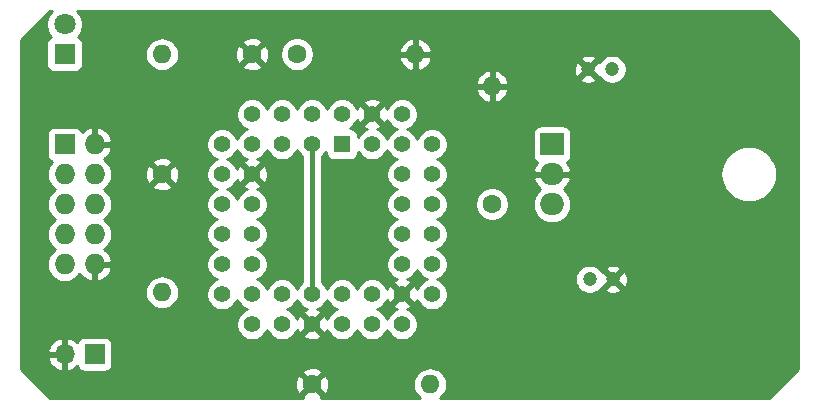
<source format=gbl>
G04 #@! TF.GenerationSoftware,KiCad,Pcbnew,(5.1.2-1)-1*
G04 #@! TF.CreationDate,2019-06-08T01:43:03+01:00*
G04 #@! TF.ProjectId,ATF Programming Board,41544620-5072-46f6-9772-616d6d696e67,rev?*
G04 #@! TF.SameCoordinates,Original*
G04 #@! TF.FileFunction,Copper,L2,Bot*
G04 #@! TF.FilePolarity,Positive*
%FSLAX46Y46*%
G04 Gerber Fmt 4.6, Leading zero omitted, Abs format (unit mm)*
G04 Created by KiCad (PCBNEW (5.1.2-1)-1) date 2019-06-08 01:43:03*
%MOMM*%
%LPD*%
G04 APERTURE LIST*
%ADD10O,1.600000X1.600000*%
%ADD11C,1.600000*%
%ADD12C,1.422400*%
%ADD13R,1.422400X1.422400*%
%ADD14O,1.700000X1.700000*%
%ADD15R,1.700000X1.700000*%
%ADD16O,1.727200X1.727200*%
%ADD17R,1.727200X1.727200*%
%ADD18C,1.800000*%
%ADD19R,1.800000X1.800000*%
%ADD20C,1.200000*%
%ADD21R,2.000000X1.905000*%
%ADD22O,2.000000X1.905000*%
%ADD23C,0.381000*%
%ADD24C,0.254000*%
G04 APERTURE END LIST*
D10*
X125730000Y-79375000D03*
D11*
X133350000Y-79375000D03*
D12*
X148590000Y-86995000D03*
X148590000Y-89535000D03*
X148590000Y-92075000D03*
X148590000Y-94615000D03*
X148590000Y-97155000D03*
X146050000Y-84455000D03*
X146050000Y-89535000D03*
X146050000Y-92075000D03*
X146050000Y-94615000D03*
X146050000Y-97155000D03*
X146050000Y-99695000D03*
X146050000Y-102235000D03*
X143510000Y-102235000D03*
X140970000Y-102235000D03*
X138430000Y-102235000D03*
X135890000Y-102235000D03*
X133350000Y-102235000D03*
X148590000Y-99695000D03*
X143510000Y-99695000D03*
X140970000Y-99695000D03*
X138430000Y-99695000D03*
X135890000Y-99695000D03*
X133350000Y-99695000D03*
X130810000Y-99695000D03*
X130810000Y-97155000D03*
X130810000Y-94615000D03*
X130810000Y-92075000D03*
X130810000Y-89535000D03*
X130810000Y-86995000D03*
X133350000Y-97155000D03*
X133350000Y-94615000D03*
X133350000Y-92075000D03*
X133350000Y-89535000D03*
X133350000Y-86995000D03*
X143510000Y-84455000D03*
X140970000Y-84455000D03*
X133350000Y-84455000D03*
X135890000Y-84455000D03*
X138430000Y-84455000D03*
X146050000Y-86995000D03*
X143510000Y-86995000D03*
X135890000Y-86995000D03*
X138430000Y-86995000D03*
D13*
X140970000Y-86995000D03*
D14*
X117475000Y-104775000D03*
D15*
X120015000Y-104775000D03*
D16*
X120015000Y-97155000D03*
X117475000Y-97155000D03*
X120015000Y-94615000D03*
X117475000Y-94615000D03*
X120015000Y-92075000D03*
X117475000Y-92075000D03*
X120015000Y-89535000D03*
X117475000Y-89535000D03*
X120015000Y-86995000D03*
D17*
X117475000Y-86995000D03*
D18*
X117475000Y-76835000D03*
D19*
X117475000Y-79375000D03*
D20*
X163925000Y-98425000D03*
X161925000Y-98425000D03*
X161830000Y-80645000D03*
X163830000Y-80645000D03*
D10*
X125730000Y-99535000D03*
D11*
X125730000Y-89535000D03*
D10*
X147160000Y-79375000D03*
D11*
X137160000Y-79375000D03*
D10*
X153670000Y-82070000D03*
D11*
X153670000Y-92070000D03*
D10*
X148430000Y-107315000D03*
D11*
X138430000Y-107315000D03*
D21*
X158750000Y-86995000D03*
D22*
X158750000Y-89535000D03*
X158750000Y-92075000D03*
D23*
X138430000Y-86995000D02*
X138430000Y-99695000D01*
D24*
G36*
X116282688Y-75856495D02*
G01*
X116114701Y-76107905D01*
X115998989Y-76387257D01*
X115940000Y-76683816D01*
X115940000Y-76986184D01*
X115998989Y-77282743D01*
X116114701Y-77562095D01*
X116282688Y-77813505D01*
X116349127Y-77879944D01*
X116330820Y-77885498D01*
X116220506Y-77944463D01*
X116123815Y-78023815D01*
X116044463Y-78120506D01*
X115985498Y-78230820D01*
X115949188Y-78350518D01*
X115936928Y-78475000D01*
X115936928Y-80275000D01*
X115949188Y-80399482D01*
X115985498Y-80519180D01*
X116044463Y-80629494D01*
X116123815Y-80726185D01*
X116220506Y-80805537D01*
X116330820Y-80864502D01*
X116450518Y-80900812D01*
X116575000Y-80913072D01*
X118375000Y-80913072D01*
X118499482Y-80900812D01*
X118619180Y-80864502D01*
X118729494Y-80805537D01*
X118826185Y-80726185D01*
X118905537Y-80629494D01*
X118964502Y-80519180D01*
X119000812Y-80399482D01*
X119013072Y-80275000D01*
X119013072Y-79375000D01*
X124288057Y-79375000D01*
X124315764Y-79656309D01*
X124397818Y-79926808D01*
X124531068Y-80176101D01*
X124710392Y-80394608D01*
X124928899Y-80573932D01*
X125178192Y-80707182D01*
X125448691Y-80789236D01*
X125659508Y-80810000D01*
X125800492Y-80810000D01*
X126011309Y-80789236D01*
X126281808Y-80707182D01*
X126531101Y-80573932D01*
X126749608Y-80394608D01*
X126771689Y-80367702D01*
X132536903Y-80367702D01*
X132608486Y-80611671D01*
X132863996Y-80732571D01*
X133138184Y-80801300D01*
X133420512Y-80815217D01*
X133700130Y-80773787D01*
X133966292Y-80678603D01*
X134091514Y-80611671D01*
X134163097Y-80367702D01*
X133350000Y-79554605D01*
X132536903Y-80367702D01*
X126771689Y-80367702D01*
X126928932Y-80176101D01*
X127062182Y-79926808D01*
X127144236Y-79656309D01*
X127164998Y-79445512D01*
X131909783Y-79445512D01*
X131951213Y-79725130D01*
X132046397Y-79991292D01*
X132113329Y-80116514D01*
X132357298Y-80188097D01*
X133170395Y-79375000D01*
X133529605Y-79375000D01*
X134342702Y-80188097D01*
X134586671Y-80116514D01*
X134707571Y-79861004D01*
X134776300Y-79586816D01*
X134790217Y-79304488D01*
X134779724Y-79233665D01*
X135725000Y-79233665D01*
X135725000Y-79516335D01*
X135780147Y-79793574D01*
X135888320Y-80054727D01*
X136045363Y-80289759D01*
X136245241Y-80489637D01*
X136480273Y-80646680D01*
X136741426Y-80754853D01*
X137018665Y-80810000D01*
X137301335Y-80810000D01*
X137578574Y-80754853D01*
X137839727Y-80646680D01*
X138074759Y-80489637D01*
X138274637Y-80289759D01*
X138431680Y-80054727D01*
X138539853Y-79793574D01*
X138553684Y-79724039D01*
X145768096Y-79724039D01*
X145808754Y-79858087D01*
X145928963Y-80112420D01*
X146096481Y-80338414D01*
X146304869Y-80527385D01*
X146546119Y-80672070D01*
X146810960Y-80766909D01*
X147033000Y-80645624D01*
X147033000Y-79502000D01*
X147287000Y-79502000D01*
X147287000Y-80645624D01*
X147509040Y-80766909D01*
X147773881Y-80672070D01*
X148015131Y-80527385D01*
X148223519Y-80338414D01*
X148391037Y-80112420D01*
X148511246Y-79858087D01*
X148530309Y-79795236D01*
X161159841Y-79795236D01*
X161830000Y-80465395D01*
X162500159Y-79795236D01*
X162452852Y-79571652D01*
X162231484Y-79470763D01*
X161994687Y-79415000D01*
X161751562Y-79406505D01*
X161511451Y-79445605D01*
X161283582Y-79530798D01*
X161207148Y-79571652D01*
X161159841Y-79795236D01*
X148530309Y-79795236D01*
X148551904Y-79724039D01*
X148429915Y-79502000D01*
X147287000Y-79502000D01*
X147033000Y-79502000D01*
X145890085Y-79502000D01*
X145768096Y-79724039D01*
X138553684Y-79724039D01*
X138595000Y-79516335D01*
X138595000Y-79233665D01*
X138553685Y-79025961D01*
X145768096Y-79025961D01*
X145890085Y-79248000D01*
X147033000Y-79248000D01*
X147033000Y-78104376D01*
X147287000Y-78104376D01*
X147287000Y-79248000D01*
X148429915Y-79248000D01*
X148551904Y-79025961D01*
X148511246Y-78891913D01*
X148391037Y-78637580D01*
X148223519Y-78411586D01*
X148015131Y-78222615D01*
X147773881Y-78077930D01*
X147509040Y-77983091D01*
X147287000Y-78104376D01*
X147033000Y-78104376D01*
X146810960Y-77983091D01*
X146546119Y-78077930D01*
X146304869Y-78222615D01*
X146096481Y-78411586D01*
X145928963Y-78637580D01*
X145808754Y-78891913D01*
X145768096Y-79025961D01*
X138553685Y-79025961D01*
X138539853Y-78956426D01*
X138431680Y-78695273D01*
X138274637Y-78460241D01*
X138074759Y-78260363D01*
X137839727Y-78103320D01*
X137578574Y-77995147D01*
X137301335Y-77940000D01*
X137018665Y-77940000D01*
X136741426Y-77995147D01*
X136480273Y-78103320D01*
X136245241Y-78260363D01*
X136045363Y-78460241D01*
X135888320Y-78695273D01*
X135780147Y-78956426D01*
X135725000Y-79233665D01*
X134779724Y-79233665D01*
X134748787Y-79024870D01*
X134653603Y-78758708D01*
X134586671Y-78633486D01*
X134342702Y-78561903D01*
X133529605Y-79375000D01*
X133170395Y-79375000D01*
X132357298Y-78561903D01*
X132113329Y-78633486D01*
X131992429Y-78888996D01*
X131923700Y-79163184D01*
X131909783Y-79445512D01*
X127164998Y-79445512D01*
X127171943Y-79375000D01*
X127144236Y-79093691D01*
X127062182Y-78823192D01*
X126928932Y-78573899D01*
X126771690Y-78382298D01*
X132536903Y-78382298D01*
X133350000Y-79195395D01*
X134163097Y-78382298D01*
X134091514Y-78138329D01*
X133836004Y-78017429D01*
X133561816Y-77948700D01*
X133279488Y-77934783D01*
X132999870Y-77976213D01*
X132733708Y-78071397D01*
X132608486Y-78138329D01*
X132536903Y-78382298D01*
X126771690Y-78382298D01*
X126749608Y-78355392D01*
X126531101Y-78176068D01*
X126281808Y-78042818D01*
X126011309Y-77960764D01*
X125800492Y-77940000D01*
X125659508Y-77940000D01*
X125448691Y-77960764D01*
X125178192Y-78042818D01*
X124928899Y-78176068D01*
X124710392Y-78355392D01*
X124531068Y-78573899D01*
X124397818Y-78823192D01*
X124315764Y-79093691D01*
X124288057Y-79375000D01*
X119013072Y-79375000D01*
X119013072Y-78475000D01*
X119000812Y-78350518D01*
X118964502Y-78230820D01*
X118905537Y-78120506D01*
X118826185Y-78023815D01*
X118729494Y-77944463D01*
X118619180Y-77885498D01*
X118600873Y-77879944D01*
X118667312Y-77813505D01*
X118835299Y-77562095D01*
X118951011Y-77282743D01*
X119010000Y-76986184D01*
X119010000Y-76683816D01*
X118951011Y-76387257D01*
X118835299Y-76107905D01*
X118667312Y-75856495D01*
X118502817Y-75692000D01*
X177112394Y-75692000D01*
X179578000Y-78157606D01*
X179578000Y-105992394D01*
X177112394Y-108458000D01*
X149299254Y-108458000D01*
X149449608Y-108334608D01*
X149628932Y-108116101D01*
X149762182Y-107866808D01*
X149844236Y-107596309D01*
X149871943Y-107315000D01*
X149844236Y-107033691D01*
X149762182Y-106763192D01*
X149628932Y-106513899D01*
X149449608Y-106295392D01*
X149231101Y-106116068D01*
X148981808Y-105982818D01*
X148711309Y-105900764D01*
X148500492Y-105880000D01*
X148359508Y-105880000D01*
X148148691Y-105900764D01*
X147878192Y-105982818D01*
X147628899Y-106116068D01*
X147410392Y-106295392D01*
X147231068Y-106513899D01*
X147097818Y-106763192D01*
X147015764Y-107033691D01*
X146988057Y-107315000D01*
X147015764Y-107596309D01*
X147097818Y-107866808D01*
X147231068Y-108116101D01*
X147410392Y-108334608D01*
X147560746Y-108458000D01*
X139198998Y-108458000D01*
X139243097Y-108307702D01*
X138430000Y-107494605D01*
X137616903Y-108307702D01*
X137661002Y-108458000D01*
X116257606Y-108458000D01*
X115185118Y-107385512D01*
X136989783Y-107385512D01*
X137031213Y-107665130D01*
X137126397Y-107931292D01*
X137193329Y-108056514D01*
X137437298Y-108128097D01*
X138250395Y-107315000D01*
X138609605Y-107315000D01*
X139422702Y-108128097D01*
X139666671Y-108056514D01*
X139787571Y-107801004D01*
X139856300Y-107526816D01*
X139870217Y-107244488D01*
X139828787Y-106964870D01*
X139733603Y-106698708D01*
X139666671Y-106573486D01*
X139422702Y-106501903D01*
X138609605Y-107315000D01*
X138250395Y-107315000D01*
X137437298Y-106501903D01*
X137193329Y-106573486D01*
X137072429Y-106828996D01*
X137003700Y-107103184D01*
X136989783Y-107385512D01*
X115185118Y-107385512D01*
X114121904Y-106322298D01*
X137616903Y-106322298D01*
X138430000Y-107135395D01*
X139243097Y-106322298D01*
X139171514Y-106078329D01*
X138916004Y-105957429D01*
X138641816Y-105888700D01*
X138359488Y-105874783D01*
X138079870Y-105916213D01*
X137813708Y-106011397D01*
X137688486Y-106078329D01*
X137616903Y-106322298D01*
X114121904Y-106322298D01*
X113792000Y-105992394D01*
X113792000Y-105131891D01*
X116033519Y-105131891D01*
X116130843Y-105406252D01*
X116279822Y-105656355D01*
X116474731Y-105872588D01*
X116708080Y-106046641D01*
X116970901Y-106171825D01*
X117118110Y-106216476D01*
X117348000Y-106095155D01*
X117348000Y-104902000D01*
X116154186Y-104902000D01*
X116033519Y-105131891D01*
X113792000Y-105131891D01*
X113792000Y-104418109D01*
X116033519Y-104418109D01*
X116154186Y-104648000D01*
X117348000Y-104648000D01*
X117348000Y-103454845D01*
X117602000Y-103454845D01*
X117602000Y-104648000D01*
X117622000Y-104648000D01*
X117622000Y-104902000D01*
X117602000Y-104902000D01*
X117602000Y-106095155D01*
X117831890Y-106216476D01*
X117979099Y-106171825D01*
X118241920Y-106046641D01*
X118475269Y-105872588D01*
X118551034Y-105788534D01*
X118575498Y-105869180D01*
X118634463Y-105979494D01*
X118713815Y-106076185D01*
X118810506Y-106155537D01*
X118920820Y-106214502D01*
X119040518Y-106250812D01*
X119165000Y-106263072D01*
X120865000Y-106263072D01*
X120989482Y-106250812D01*
X121109180Y-106214502D01*
X121219494Y-106155537D01*
X121316185Y-106076185D01*
X121395537Y-105979494D01*
X121454502Y-105869180D01*
X121490812Y-105749482D01*
X121503072Y-105625000D01*
X121503072Y-103925000D01*
X121490812Y-103800518D01*
X121454502Y-103680820D01*
X121395537Y-103570506D01*
X121316185Y-103473815D01*
X121219494Y-103394463D01*
X121109180Y-103335498D01*
X120989482Y-103299188D01*
X120865000Y-103286928D01*
X119165000Y-103286928D01*
X119040518Y-103299188D01*
X118920820Y-103335498D01*
X118810506Y-103394463D01*
X118713815Y-103473815D01*
X118634463Y-103570506D01*
X118575498Y-103680820D01*
X118551034Y-103761466D01*
X118475269Y-103677412D01*
X118241920Y-103503359D01*
X117979099Y-103378175D01*
X117831890Y-103333524D01*
X117602000Y-103454845D01*
X117348000Y-103454845D01*
X117118110Y-103333524D01*
X116970901Y-103378175D01*
X116708080Y-103503359D01*
X116474731Y-103677412D01*
X116279822Y-103893645D01*
X116130843Y-104143748D01*
X116033519Y-104418109D01*
X113792000Y-104418109D01*
X113792000Y-99535000D01*
X124288057Y-99535000D01*
X124315764Y-99816309D01*
X124397818Y-100086808D01*
X124531068Y-100336101D01*
X124710392Y-100554608D01*
X124928899Y-100733932D01*
X125178192Y-100867182D01*
X125448691Y-100949236D01*
X125659508Y-100970000D01*
X125800492Y-100970000D01*
X126011309Y-100949236D01*
X126281808Y-100867182D01*
X126531101Y-100733932D01*
X126749608Y-100554608D01*
X126928932Y-100336101D01*
X127062182Y-100086808D01*
X127144236Y-99816309D01*
X127171943Y-99535000D01*
X127144236Y-99253691D01*
X127062182Y-98983192D01*
X126928932Y-98733899D01*
X126749608Y-98515392D01*
X126531101Y-98336068D01*
X126281808Y-98202818D01*
X126011309Y-98120764D01*
X125800492Y-98100000D01*
X125659508Y-98100000D01*
X125448691Y-98120764D01*
X125178192Y-98202818D01*
X124928899Y-98336068D01*
X124710392Y-98515392D01*
X124531068Y-98733899D01*
X124397818Y-98983192D01*
X124315764Y-99253691D01*
X124288057Y-99535000D01*
X113792000Y-99535000D01*
X113792000Y-89535000D01*
X115969149Y-89535000D01*
X115998084Y-89828777D01*
X116083775Y-90111264D01*
X116222931Y-90371606D01*
X116410203Y-90599797D01*
X116638394Y-90787069D01*
X116671940Y-90805000D01*
X116638394Y-90822931D01*
X116410203Y-91010203D01*
X116222931Y-91238394D01*
X116083775Y-91498736D01*
X115998084Y-91781223D01*
X115969149Y-92075000D01*
X115998084Y-92368777D01*
X116083775Y-92651264D01*
X116222931Y-92911606D01*
X116410203Y-93139797D01*
X116638394Y-93327069D01*
X116671940Y-93345000D01*
X116638394Y-93362931D01*
X116410203Y-93550203D01*
X116222931Y-93778394D01*
X116083775Y-94038736D01*
X115998084Y-94321223D01*
X115969149Y-94615000D01*
X115998084Y-94908777D01*
X116083775Y-95191264D01*
X116222931Y-95451606D01*
X116410203Y-95679797D01*
X116638394Y-95867069D01*
X116671940Y-95885000D01*
X116638394Y-95902931D01*
X116410203Y-96090203D01*
X116222931Y-96318394D01*
X116083775Y-96578736D01*
X115998084Y-96861223D01*
X115969149Y-97155000D01*
X115998084Y-97448777D01*
X116083775Y-97731264D01*
X116222931Y-97991606D01*
X116410203Y-98219797D01*
X116638394Y-98407069D01*
X116898736Y-98546225D01*
X117181223Y-98631916D01*
X117401381Y-98653600D01*
X117548619Y-98653600D01*
X117768777Y-98631916D01*
X118051264Y-98546225D01*
X118311606Y-98407069D01*
X118539797Y-98219797D01*
X118727069Y-97991606D01*
X118748470Y-97951567D01*
X118908146Y-98165293D01*
X119126512Y-98361817D01*
X119379022Y-98511964D01*
X119655973Y-98609963D01*
X119888000Y-98489464D01*
X119888000Y-97282000D01*
X120142000Y-97282000D01*
X120142000Y-98489464D01*
X120374027Y-98609963D01*
X120650978Y-98511964D01*
X120903488Y-98361817D01*
X121121854Y-98165293D01*
X121297684Y-97929944D01*
X121424222Y-97664814D01*
X121469958Y-97514026D01*
X121348817Y-97282000D01*
X120142000Y-97282000D01*
X119888000Y-97282000D01*
X119868000Y-97282000D01*
X119868000Y-97028000D01*
X119888000Y-97028000D01*
X119888000Y-97008000D01*
X120142000Y-97008000D01*
X120142000Y-97028000D01*
X121348817Y-97028000D01*
X121469958Y-96795974D01*
X121424222Y-96645186D01*
X121297684Y-96380056D01*
X121121854Y-96144707D01*
X120903488Y-95948183D01*
X120807090Y-95890863D01*
X120851606Y-95867069D01*
X121079797Y-95679797D01*
X121267069Y-95451606D01*
X121406225Y-95191264D01*
X121491916Y-94908777D01*
X121520851Y-94615000D01*
X121491916Y-94321223D01*
X121406225Y-94038736D01*
X121267069Y-93778394D01*
X121079797Y-93550203D01*
X120851606Y-93362931D01*
X120818060Y-93345000D01*
X120851606Y-93327069D01*
X121079797Y-93139797D01*
X121267069Y-92911606D01*
X121406225Y-92651264D01*
X121491916Y-92368777D01*
X121520851Y-92075000D01*
X121491916Y-91781223D01*
X121406225Y-91498736D01*
X121267069Y-91238394D01*
X121079797Y-91010203D01*
X120851606Y-90822931D01*
X120818060Y-90805000D01*
X120851606Y-90787069D01*
X121079797Y-90599797D01*
X121138963Y-90527702D01*
X124916903Y-90527702D01*
X124988486Y-90771671D01*
X125243996Y-90892571D01*
X125518184Y-90961300D01*
X125800512Y-90975217D01*
X126080130Y-90933787D01*
X126346292Y-90838603D01*
X126471514Y-90771671D01*
X126543097Y-90527702D01*
X125730000Y-89714605D01*
X124916903Y-90527702D01*
X121138963Y-90527702D01*
X121267069Y-90371606D01*
X121406225Y-90111264D01*
X121491916Y-89828777D01*
X121513906Y-89605512D01*
X124289783Y-89605512D01*
X124331213Y-89885130D01*
X124426397Y-90151292D01*
X124493329Y-90276514D01*
X124737298Y-90348097D01*
X125550395Y-89535000D01*
X125909605Y-89535000D01*
X126722702Y-90348097D01*
X126966671Y-90276514D01*
X127087571Y-90021004D01*
X127156300Y-89746816D01*
X127170217Y-89464488D01*
X127128787Y-89184870D01*
X127033603Y-88918708D01*
X126966671Y-88793486D01*
X126722702Y-88721903D01*
X125909605Y-89535000D01*
X125550395Y-89535000D01*
X124737298Y-88721903D01*
X124493329Y-88793486D01*
X124372429Y-89048996D01*
X124303700Y-89323184D01*
X124289783Y-89605512D01*
X121513906Y-89605512D01*
X121520851Y-89535000D01*
X121491916Y-89241223D01*
X121406225Y-88958736D01*
X121267069Y-88698394D01*
X121138964Y-88542298D01*
X124916903Y-88542298D01*
X125730000Y-89355395D01*
X126543097Y-88542298D01*
X126471514Y-88298329D01*
X126216004Y-88177429D01*
X125941816Y-88108700D01*
X125659488Y-88094783D01*
X125379870Y-88136213D01*
X125113708Y-88231397D01*
X124988486Y-88298329D01*
X124916903Y-88542298D01*
X121138964Y-88542298D01*
X121079797Y-88470203D01*
X120851606Y-88282931D01*
X120807090Y-88259137D01*
X120903488Y-88201817D01*
X121121854Y-88005293D01*
X121297684Y-87769944D01*
X121424222Y-87504814D01*
X121469958Y-87354026D01*
X121348817Y-87122000D01*
X120142000Y-87122000D01*
X120142000Y-87142000D01*
X119888000Y-87142000D01*
X119888000Y-87122000D01*
X119868000Y-87122000D01*
X119868000Y-86868000D01*
X119888000Y-86868000D01*
X119888000Y-85660536D01*
X120142000Y-85660536D01*
X120142000Y-86868000D01*
X121348817Y-86868000D01*
X121351735Y-86862411D01*
X129463800Y-86862411D01*
X129463800Y-87127589D01*
X129515533Y-87387672D01*
X129617013Y-87632665D01*
X129764338Y-87853153D01*
X129951847Y-88040662D01*
X130172335Y-88187987D01*
X130358260Y-88265000D01*
X130172335Y-88342013D01*
X129951847Y-88489338D01*
X129764338Y-88676847D01*
X129617013Y-88897335D01*
X129515533Y-89142328D01*
X129463800Y-89402411D01*
X129463800Y-89667589D01*
X129515533Y-89927672D01*
X129617013Y-90172665D01*
X129764338Y-90393153D01*
X129951847Y-90580662D01*
X130172335Y-90727987D01*
X130358260Y-90805000D01*
X130172335Y-90882013D01*
X129951847Y-91029338D01*
X129764338Y-91216847D01*
X129617013Y-91437335D01*
X129515533Y-91682328D01*
X129463800Y-91942411D01*
X129463800Y-92207589D01*
X129515533Y-92467672D01*
X129617013Y-92712665D01*
X129764338Y-92933153D01*
X129951847Y-93120662D01*
X130172335Y-93267987D01*
X130358260Y-93345000D01*
X130172335Y-93422013D01*
X129951847Y-93569338D01*
X129764338Y-93756847D01*
X129617013Y-93977335D01*
X129515533Y-94222328D01*
X129463800Y-94482411D01*
X129463800Y-94747589D01*
X129515533Y-95007672D01*
X129617013Y-95252665D01*
X129764338Y-95473153D01*
X129951847Y-95660662D01*
X130172335Y-95807987D01*
X130358260Y-95885000D01*
X130172335Y-95962013D01*
X129951847Y-96109338D01*
X129764338Y-96296847D01*
X129617013Y-96517335D01*
X129515533Y-96762328D01*
X129463800Y-97022411D01*
X129463800Y-97287589D01*
X129515533Y-97547672D01*
X129617013Y-97792665D01*
X129764338Y-98013153D01*
X129951847Y-98200662D01*
X130172335Y-98347987D01*
X130358260Y-98425000D01*
X130172335Y-98502013D01*
X129951847Y-98649338D01*
X129764338Y-98836847D01*
X129617013Y-99057335D01*
X129515533Y-99302328D01*
X129463800Y-99562411D01*
X129463800Y-99827589D01*
X129515533Y-100087672D01*
X129617013Y-100332665D01*
X129764338Y-100553153D01*
X129951847Y-100740662D01*
X130172335Y-100887987D01*
X130417328Y-100989467D01*
X130677411Y-101041200D01*
X130942589Y-101041200D01*
X131202672Y-100989467D01*
X131447665Y-100887987D01*
X131668153Y-100740662D01*
X131855662Y-100553153D01*
X132002987Y-100332665D01*
X132080000Y-100146740D01*
X132157013Y-100332665D01*
X132304338Y-100553153D01*
X132491847Y-100740662D01*
X132712335Y-100887987D01*
X132898260Y-100965000D01*
X132712335Y-101042013D01*
X132491847Y-101189338D01*
X132304338Y-101376847D01*
X132157013Y-101597335D01*
X132055533Y-101842328D01*
X132003800Y-102102411D01*
X132003800Y-102367589D01*
X132055533Y-102627672D01*
X132157013Y-102872665D01*
X132304338Y-103093153D01*
X132491847Y-103280662D01*
X132712335Y-103427987D01*
X132957328Y-103529467D01*
X133217411Y-103581200D01*
X133482589Y-103581200D01*
X133742672Y-103529467D01*
X133987665Y-103427987D01*
X134208153Y-103280662D01*
X134395662Y-103093153D01*
X134542987Y-102872665D01*
X134620000Y-102686740D01*
X134697013Y-102872665D01*
X134844338Y-103093153D01*
X135031847Y-103280662D01*
X135252335Y-103427987D01*
X135497328Y-103529467D01*
X135757411Y-103581200D01*
X136022589Y-103581200D01*
X136282672Y-103529467D01*
X136527665Y-103427987D01*
X136748153Y-103280662D01*
X136864542Y-103164273D01*
X137680332Y-103164273D01*
X137741152Y-103399183D01*
X137981509Y-103511202D01*
X138239102Y-103574176D01*
X138504030Y-103585687D01*
X138766113Y-103545291D01*
X139015280Y-103454542D01*
X139118848Y-103399183D01*
X139179668Y-103164273D01*
X138430000Y-102414605D01*
X137680332Y-103164273D01*
X136864542Y-103164273D01*
X136935662Y-103093153D01*
X137082987Y-102872665D01*
X137160969Y-102684400D01*
X137210458Y-102820280D01*
X137265817Y-102923848D01*
X137500727Y-102984668D01*
X138250395Y-102235000D01*
X137500727Y-101485332D01*
X137265817Y-101546152D01*
X137157794Y-101777934D01*
X137082987Y-101597335D01*
X136935662Y-101376847D01*
X136748153Y-101189338D01*
X136527665Y-101042013D01*
X136341740Y-100965000D01*
X136527665Y-100887987D01*
X136748153Y-100740662D01*
X136935662Y-100553153D01*
X137082987Y-100332665D01*
X137160000Y-100146740D01*
X137237013Y-100332665D01*
X137384338Y-100553153D01*
X137571847Y-100740662D01*
X137792335Y-100887987D01*
X137980600Y-100965969D01*
X137844720Y-101015458D01*
X137741152Y-101070817D01*
X137680332Y-101305727D01*
X138430000Y-102055395D01*
X139179668Y-101305727D01*
X139118848Y-101070817D01*
X138887066Y-100962794D01*
X139067665Y-100887987D01*
X139288153Y-100740662D01*
X139475662Y-100553153D01*
X139622987Y-100332665D01*
X139700000Y-100146740D01*
X139777013Y-100332665D01*
X139924338Y-100553153D01*
X140111847Y-100740662D01*
X140332335Y-100887987D01*
X140518260Y-100965000D01*
X140332335Y-101042013D01*
X140111847Y-101189338D01*
X139924338Y-101376847D01*
X139777013Y-101597335D01*
X139699031Y-101785600D01*
X139649542Y-101649720D01*
X139594183Y-101546152D01*
X139359273Y-101485332D01*
X138609605Y-102235000D01*
X139359273Y-102984668D01*
X139594183Y-102923848D01*
X139702206Y-102692066D01*
X139777013Y-102872665D01*
X139924338Y-103093153D01*
X140111847Y-103280662D01*
X140332335Y-103427987D01*
X140577328Y-103529467D01*
X140837411Y-103581200D01*
X141102589Y-103581200D01*
X141362672Y-103529467D01*
X141607665Y-103427987D01*
X141828153Y-103280662D01*
X142015662Y-103093153D01*
X142162987Y-102872665D01*
X142240000Y-102686740D01*
X142317013Y-102872665D01*
X142464338Y-103093153D01*
X142651847Y-103280662D01*
X142872335Y-103427987D01*
X143117328Y-103529467D01*
X143377411Y-103581200D01*
X143642589Y-103581200D01*
X143902672Y-103529467D01*
X144147665Y-103427987D01*
X144368153Y-103280662D01*
X144555662Y-103093153D01*
X144702987Y-102872665D01*
X144780000Y-102686740D01*
X144857013Y-102872665D01*
X145004338Y-103093153D01*
X145191847Y-103280662D01*
X145412335Y-103427987D01*
X145657328Y-103529467D01*
X145917411Y-103581200D01*
X146182589Y-103581200D01*
X146442672Y-103529467D01*
X146687665Y-103427987D01*
X146908153Y-103280662D01*
X147095662Y-103093153D01*
X147242987Y-102872665D01*
X147344467Y-102627672D01*
X147396200Y-102367589D01*
X147396200Y-102102411D01*
X147344467Y-101842328D01*
X147242987Y-101597335D01*
X147095662Y-101376847D01*
X146908153Y-101189338D01*
X146687665Y-101042013D01*
X146499400Y-100964031D01*
X146635280Y-100914542D01*
X146738848Y-100859183D01*
X146799668Y-100624273D01*
X146050000Y-99874605D01*
X145300332Y-100624273D01*
X145361152Y-100859183D01*
X145592934Y-100967206D01*
X145412335Y-101042013D01*
X145191847Y-101189338D01*
X145004338Y-101376847D01*
X144857013Y-101597335D01*
X144780000Y-101783260D01*
X144702987Y-101597335D01*
X144555662Y-101376847D01*
X144368153Y-101189338D01*
X144147665Y-101042013D01*
X143961740Y-100965000D01*
X144147665Y-100887987D01*
X144368153Y-100740662D01*
X144555662Y-100553153D01*
X144702987Y-100332665D01*
X144780969Y-100144400D01*
X144830458Y-100280280D01*
X144885817Y-100383848D01*
X145120727Y-100444668D01*
X145870395Y-99695000D01*
X145120727Y-98945332D01*
X144885817Y-99006152D01*
X144777794Y-99237934D01*
X144702987Y-99057335D01*
X144555662Y-98836847D01*
X144368153Y-98649338D01*
X144147665Y-98502013D01*
X143902672Y-98400533D01*
X143642589Y-98348800D01*
X143377411Y-98348800D01*
X143117328Y-98400533D01*
X142872335Y-98502013D01*
X142651847Y-98649338D01*
X142464338Y-98836847D01*
X142317013Y-99057335D01*
X142240000Y-99243260D01*
X142162987Y-99057335D01*
X142015662Y-98836847D01*
X141828153Y-98649338D01*
X141607665Y-98502013D01*
X141362672Y-98400533D01*
X141102589Y-98348800D01*
X140837411Y-98348800D01*
X140577328Y-98400533D01*
X140332335Y-98502013D01*
X140111847Y-98649338D01*
X139924338Y-98836847D01*
X139777013Y-99057335D01*
X139700000Y-99243260D01*
X139622987Y-99057335D01*
X139475662Y-98836847D01*
X139288153Y-98649338D01*
X139255500Y-98627520D01*
X139255500Y-88062480D01*
X139288153Y-88040662D01*
X139475662Y-87853153D01*
X139620728Y-87636046D01*
X139620728Y-87706200D01*
X139632988Y-87830682D01*
X139669298Y-87950380D01*
X139728263Y-88060694D01*
X139807615Y-88157385D01*
X139904306Y-88236737D01*
X140014620Y-88295702D01*
X140134318Y-88332012D01*
X140258800Y-88344272D01*
X141681200Y-88344272D01*
X141805682Y-88332012D01*
X141925380Y-88295702D01*
X142035694Y-88236737D01*
X142132385Y-88157385D01*
X142211737Y-88060694D01*
X142270702Y-87950380D01*
X142307012Y-87830682D01*
X142319272Y-87706200D01*
X142319272Y-87636046D01*
X142464338Y-87853153D01*
X142651847Y-88040662D01*
X142872335Y-88187987D01*
X143117328Y-88289467D01*
X143377411Y-88341200D01*
X143642589Y-88341200D01*
X143902672Y-88289467D01*
X144147665Y-88187987D01*
X144368153Y-88040662D01*
X144555662Y-87853153D01*
X144702987Y-87632665D01*
X144780000Y-87446740D01*
X144857013Y-87632665D01*
X145004338Y-87853153D01*
X145191847Y-88040662D01*
X145412335Y-88187987D01*
X145598260Y-88265000D01*
X145412335Y-88342013D01*
X145191847Y-88489338D01*
X145004338Y-88676847D01*
X144857013Y-88897335D01*
X144755533Y-89142328D01*
X144703800Y-89402411D01*
X144703800Y-89667589D01*
X144755533Y-89927672D01*
X144857013Y-90172665D01*
X145004338Y-90393153D01*
X145191847Y-90580662D01*
X145412335Y-90727987D01*
X145598260Y-90805000D01*
X145412335Y-90882013D01*
X145191847Y-91029338D01*
X145004338Y-91216847D01*
X144857013Y-91437335D01*
X144755533Y-91682328D01*
X144703800Y-91942411D01*
X144703800Y-92207589D01*
X144755533Y-92467672D01*
X144857013Y-92712665D01*
X145004338Y-92933153D01*
X145191847Y-93120662D01*
X145412335Y-93267987D01*
X145598260Y-93345000D01*
X145412335Y-93422013D01*
X145191847Y-93569338D01*
X145004338Y-93756847D01*
X144857013Y-93977335D01*
X144755533Y-94222328D01*
X144703800Y-94482411D01*
X144703800Y-94747589D01*
X144755533Y-95007672D01*
X144857013Y-95252665D01*
X145004338Y-95473153D01*
X145191847Y-95660662D01*
X145412335Y-95807987D01*
X145598260Y-95885000D01*
X145412335Y-95962013D01*
X145191847Y-96109338D01*
X145004338Y-96296847D01*
X144857013Y-96517335D01*
X144755533Y-96762328D01*
X144703800Y-97022411D01*
X144703800Y-97287589D01*
X144755533Y-97547672D01*
X144857013Y-97792665D01*
X145004338Y-98013153D01*
X145191847Y-98200662D01*
X145412335Y-98347987D01*
X145600600Y-98425969D01*
X145464720Y-98475458D01*
X145361152Y-98530817D01*
X145300332Y-98765727D01*
X146050000Y-99515395D01*
X146799668Y-98765727D01*
X146738848Y-98530817D01*
X146507066Y-98422794D01*
X146687665Y-98347987D01*
X146908153Y-98200662D01*
X147095662Y-98013153D01*
X147242987Y-97792665D01*
X147320000Y-97606740D01*
X147397013Y-97792665D01*
X147544338Y-98013153D01*
X147731847Y-98200662D01*
X147952335Y-98347987D01*
X148138260Y-98425000D01*
X147952335Y-98502013D01*
X147731847Y-98649338D01*
X147544338Y-98836847D01*
X147397013Y-99057335D01*
X147319031Y-99245600D01*
X147269542Y-99109720D01*
X147214183Y-99006152D01*
X146979273Y-98945332D01*
X146229605Y-99695000D01*
X146979273Y-100444668D01*
X147214183Y-100383848D01*
X147322206Y-100152066D01*
X147397013Y-100332665D01*
X147544338Y-100553153D01*
X147731847Y-100740662D01*
X147952335Y-100887987D01*
X148197328Y-100989467D01*
X148457411Y-101041200D01*
X148722589Y-101041200D01*
X148982672Y-100989467D01*
X149227665Y-100887987D01*
X149448153Y-100740662D01*
X149635662Y-100553153D01*
X149782987Y-100332665D01*
X149884467Y-100087672D01*
X149936200Y-99827589D01*
X149936200Y-99562411D01*
X149884467Y-99302328D01*
X149782987Y-99057335D01*
X149635662Y-98836847D01*
X149448153Y-98649338D01*
X149227665Y-98502013D01*
X149041740Y-98425000D01*
X149227665Y-98347987D01*
X149294449Y-98303363D01*
X160690000Y-98303363D01*
X160690000Y-98546637D01*
X160737460Y-98785236D01*
X160830557Y-99009992D01*
X160965713Y-99212267D01*
X161137733Y-99384287D01*
X161340008Y-99519443D01*
X161564764Y-99612540D01*
X161803363Y-99660000D01*
X162046637Y-99660000D01*
X162285236Y-99612540D01*
X162509992Y-99519443D01*
X162712267Y-99384287D01*
X162821790Y-99274764D01*
X163254841Y-99274764D01*
X163302148Y-99498348D01*
X163523516Y-99599237D01*
X163760313Y-99655000D01*
X164003438Y-99663495D01*
X164243549Y-99624395D01*
X164471418Y-99539202D01*
X164547852Y-99498348D01*
X164595159Y-99274764D01*
X163925000Y-98604605D01*
X163254841Y-99274764D01*
X162821790Y-99274764D01*
X162884287Y-99212267D01*
X162976496Y-99074267D01*
X163075236Y-99095159D01*
X163745395Y-98425000D01*
X164104605Y-98425000D01*
X164774764Y-99095159D01*
X164998348Y-99047852D01*
X165099237Y-98826484D01*
X165155000Y-98589687D01*
X165163495Y-98346562D01*
X165124395Y-98106451D01*
X165039202Y-97878582D01*
X164998348Y-97802148D01*
X164774764Y-97754841D01*
X164104605Y-98425000D01*
X163745395Y-98425000D01*
X163075236Y-97754841D01*
X162976496Y-97775733D01*
X162884287Y-97637733D01*
X162821790Y-97575236D01*
X163254841Y-97575236D01*
X163925000Y-98245395D01*
X164595159Y-97575236D01*
X164547852Y-97351652D01*
X164326484Y-97250763D01*
X164089687Y-97195000D01*
X163846562Y-97186505D01*
X163606451Y-97225605D01*
X163378582Y-97310798D01*
X163302148Y-97351652D01*
X163254841Y-97575236D01*
X162821790Y-97575236D01*
X162712267Y-97465713D01*
X162509992Y-97330557D01*
X162285236Y-97237460D01*
X162046637Y-97190000D01*
X161803363Y-97190000D01*
X161564764Y-97237460D01*
X161340008Y-97330557D01*
X161137733Y-97465713D01*
X160965713Y-97637733D01*
X160830557Y-97840008D01*
X160737460Y-98064764D01*
X160690000Y-98303363D01*
X149294449Y-98303363D01*
X149448153Y-98200662D01*
X149635662Y-98013153D01*
X149782987Y-97792665D01*
X149884467Y-97547672D01*
X149936200Y-97287589D01*
X149936200Y-97022411D01*
X149884467Y-96762328D01*
X149782987Y-96517335D01*
X149635662Y-96296847D01*
X149448153Y-96109338D01*
X149227665Y-95962013D01*
X149041740Y-95885000D01*
X149227665Y-95807987D01*
X149448153Y-95660662D01*
X149635662Y-95473153D01*
X149782987Y-95252665D01*
X149884467Y-95007672D01*
X149936200Y-94747589D01*
X149936200Y-94482411D01*
X149884467Y-94222328D01*
X149782987Y-93977335D01*
X149635662Y-93756847D01*
X149448153Y-93569338D01*
X149227665Y-93422013D01*
X149041740Y-93345000D01*
X149227665Y-93267987D01*
X149448153Y-93120662D01*
X149635662Y-92933153D01*
X149782987Y-92712665D01*
X149884467Y-92467672D01*
X149936200Y-92207589D01*
X149936200Y-91942411D01*
X149933466Y-91928665D01*
X152235000Y-91928665D01*
X152235000Y-92211335D01*
X152290147Y-92488574D01*
X152398320Y-92749727D01*
X152555363Y-92984759D01*
X152755241Y-93184637D01*
X152990273Y-93341680D01*
X153251426Y-93449853D01*
X153528665Y-93505000D01*
X153811335Y-93505000D01*
X154088574Y-93449853D01*
X154349727Y-93341680D01*
X154584759Y-93184637D01*
X154784637Y-92984759D01*
X154941680Y-92749727D01*
X155049853Y-92488574D01*
X155105000Y-92211335D01*
X155105000Y-92075000D01*
X157107319Y-92075000D01*
X157137970Y-92386204D01*
X157228745Y-92685449D01*
X157376155Y-92961235D01*
X157574537Y-93202963D01*
X157816265Y-93401345D01*
X158092051Y-93548755D01*
X158391296Y-93639530D01*
X158624514Y-93662500D01*
X158875486Y-93662500D01*
X159108704Y-93639530D01*
X159407949Y-93548755D01*
X159683735Y-93401345D01*
X159925463Y-93202963D01*
X160123845Y-92961235D01*
X160271255Y-92685449D01*
X160362030Y-92386204D01*
X160392681Y-92075000D01*
X160362030Y-91763796D01*
X160271255Y-91464551D01*
X160123845Y-91188765D01*
X159925463Y-90947037D01*
X159746101Y-90799837D01*
X159931315Y-90644437D01*
X160125969Y-90401923D01*
X160269571Y-90126094D01*
X160340563Y-89907980D01*
X160220594Y-89662000D01*
X158877000Y-89662000D01*
X158877000Y-89682000D01*
X158623000Y-89682000D01*
X158623000Y-89662000D01*
X157279406Y-89662000D01*
X157159437Y-89907980D01*
X157230429Y-90126094D01*
X157374031Y-90401923D01*
X157568685Y-90644437D01*
X157753899Y-90799837D01*
X157574537Y-90947037D01*
X157376155Y-91188765D01*
X157228745Y-91464551D01*
X157137970Y-91763796D01*
X157107319Y-92075000D01*
X155105000Y-92075000D01*
X155105000Y-91928665D01*
X155049853Y-91651426D01*
X154941680Y-91390273D01*
X154784637Y-91155241D01*
X154584759Y-90955363D01*
X154349727Y-90798320D01*
X154088574Y-90690147D01*
X153811335Y-90635000D01*
X153528665Y-90635000D01*
X153251426Y-90690147D01*
X152990273Y-90798320D01*
X152755241Y-90955363D01*
X152555363Y-91155241D01*
X152398320Y-91390273D01*
X152290147Y-91651426D01*
X152235000Y-91928665D01*
X149933466Y-91928665D01*
X149884467Y-91682328D01*
X149782987Y-91437335D01*
X149635662Y-91216847D01*
X149448153Y-91029338D01*
X149227665Y-90882013D01*
X149041740Y-90805000D01*
X149227665Y-90727987D01*
X149448153Y-90580662D01*
X149635662Y-90393153D01*
X149782987Y-90172665D01*
X149884467Y-89927672D01*
X149936200Y-89667589D01*
X149936200Y-89535000D01*
X173013461Y-89535000D01*
X173059510Y-90002542D01*
X173195887Y-90452116D01*
X173417351Y-90866446D01*
X173715391Y-91229609D01*
X174078554Y-91527649D01*
X174492884Y-91749113D01*
X174942458Y-91885490D01*
X175292843Y-91920000D01*
X175527157Y-91920000D01*
X175877542Y-91885490D01*
X176327116Y-91749113D01*
X176741446Y-91527649D01*
X177104609Y-91229609D01*
X177402649Y-90866446D01*
X177624113Y-90452116D01*
X177760490Y-90002542D01*
X177806539Y-89535000D01*
X177760490Y-89067458D01*
X177624113Y-88617884D01*
X177402649Y-88203554D01*
X177104609Y-87840391D01*
X176741446Y-87542351D01*
X176327116Y-87320887D01*
X175877542Y-87184510D01*
X175527157Y-87150000D01*
X175292843Y-87150000D01*
X174942458Y-87184510D01*
X174492884Y-87320887D01*
X174078554Y-87542351D01*
X173715391Y-87840391D01*
X173417351Y-88203554D01*
X173195887Y-88617884D01*
X173059510Y-89067458D01*
X173013461Y-89535000D01*
X149936200Y-89535000D01*
X149936200Y-89402411D01*
X149884467Y-89142328D01*
X149782987Y-88897335D01*
X149635662Y-88676847D01*
X149448153Y-88489338D01*
X149227665Y-88342013D01*
X149041740Y-88265000D01*
X149227665Y-88187987D01*
X149448153Y-88040662D01*
X149635662Y-87853153D01*
X149782987Y-87632665D01*
X149884467Y-87387672D01*
X149936200Y-87127589D01*
X149936200Y-86862411D01*
X149884467Y-86602328D01*
X149782987Y-86357335D01*
X149635662Y-86136847D01*
X149541315Y-86042500D01*
X157111928Y-86042500D01*
X157111928Y-87947500D01*
X157124188Y-88071982D01*
X157160498Y-88191680D01*
X157219463Y-88301994D01*
X157298815Y-88398685D01*
X157395506Y-88478037D01*
X157487219Y-88527059D01*
X157374031Y-88668077D01*
X157230429Y-88943906D01*
X157159437Y-89162020D01*
X157279406Y-89408000D01*
X158623000Y-89408000D01*
X158623000Y-89388000D01*
X158877000Y-89388000D01*
X158877000Y-89408000D01*
X160220594Y-89408000D01*
X160340563Y-89162020D01*
X160269571Y-88943906D01*
X160125969Y-88668077D01*
X160012781Y-88527059D01*
X160104494Y-88478037D01*
X160201185Y-88398685D01*
X160280537Y-88301994D01*
X160339502Y-88191680D01*
X160375812Y-88071982D01*
X160388072Y-87947500D01*
X160388072Y-86042500D01*
X160375812Y-85918018D01*
X160339502Y-85798320D01*
X160280537Y-85688006D01*
X160201185Y-85591315D01*
X160104494Y-85511963D01*
X159994180Y-85452998D01*
X159874482Y-85416688D01*
X159750000Y-85404428D01*
X157750000Y-85404428D01*
X157625518Y-85416688D01*
X157505820Y-85452998D01*
X157395506Y-85511963D01*
X157298815Y-85591315D01*
X157219463Y-85688006D01*
X157160498Y-85798320D01*
X157124188Y-85918018D01*
X157111928Y-86042500D01*
X149541315Y-86042500D01*
X149448153Y-85949338D01*
X149227665Y-85802013D01*
X148982672Y-85700533D01*
X148722589Y-85648800D01*
X148457411Y-85648800D01*
X148197328Y-85700533D01*
X147952335Y-85802013D01*
X147731847Y-85949338D01*
X147544338Y-86136847D01*
X147397013Y-86357335D01*
X147320000Y-86543260D01*
X147242987Y-86357335D01*
X147095662Y-86136847D01*
X146908153Y-85949338D01*
X146687665Y-85802013D01*
X146501740Y-85725000D01*
X146687665Y-85647987D01*
X146908153Y-85500662D01*
X147095662Y-85313153D01*
X147242987Y-85092665D01*
X147344467Y-84847672D01*
X147396200Y-84587589D01*
X147396200Y-84322411D01*
X147344467Y-84062328D01*
X147242987Y-83817335D01*
X147095662Y-83596847D01*
X146908153Y-83409338D01*
X146687665Y-83262013D01*
X146442672Y-83160533D01*
X146182589Y-83108800D01*
X145917411Y-83108800D01*
X145657328Y-83160533D01*
X145412335Y-83262013D01*
X145191847Y-83409338D01*
X145004338Y-83596847D01*
X144857013Y-83817335D01*
X144779031Y-84005600D01*
X144729542Y-83869720D01*
X144674183Y-83766152D01*
X144439273Y-83705332D01*
X143689605Y-84455000D01*
X144439273Y-85204668D01*
X144674183Y-85143848D01*
X144782206Y-84912066D01*
X144857013Y-85092665D01*
X145004338Y-85313153D01*
X145191847Y-85500662D01*
X145412335Y-85647987D01*
X145598260Y-85725000D01*
X145412335Y-85802013D01*
X145191847Y-85949338D01*
X145004338Y-86136847D01*
X144857013Y-86357335D01*
X144780000Y-86543260D01*
X144702987Y-86357335D01*
X144555662Y-86136847D01*
X144368153Y-85949338D01*
X144147665Y-85802013D01*
X143959400Y-85724031D01*
X144095280Y-85674542D01*
X144198848Y-85619183D01*
X144259668Y-85384273D01*
X143510000Y-84634605D01*
X142760332Y-85384273D01*
X142821152Y-85619183D01*
X143052934Y-85727206D01*
X142872335Y-85802013D01*
X142651847Y-85949338D01*
X142464338Y-86136847D01*
X142319272Y-86353954D01*
X142319272Y-86283800D01*
X142307012Y-86159318D01*
X142270702Y-86039620D01*
X142211737Y-85929306D01*
X142132385Y-85832615D01*
X142035694Y-85753263D01*
X141925380Y-85694298D01*
X141805682Y-85657988D01*
X141681200Y-85645728D01*
X141611046Y-85645728D01*
X141828153Y-85500662D01*
X142015662Y-85313153D01*
X142162987Y-85092665D01*
X142240969Y-84904400D01*
X142290458Y-85040280D01*
X142345817Y-85143848D01*
X142580727Y-85204668D01*
X143330395Y-84455000D01*
X142580727Y-83705332D01*
X142345817Y-83766152D01*
X142237794Y-83997934D01*
X142162987Y-83817335D01*
X142015662Y-83596847D01*
X141944542Y-83525727D01*
X142760332Y-83525727D01*
X143510000Y-84275395D01*
X144259668Y-83525727D01*
X144198848Y-83290817D01*
X143958491Y-83178798D01*
X143700898Y-83115824D01*
X143435970Y-83104313D01*
X143173887Y-83144709D01*
X142924720Y-83235458D01*
X142821152Y-83290817D01*
X142760332Y-83525727D01*
X141944542Y-83525727D01*
X141828153Y-83409338D01*
X141607665Y-83262013D01*
X141362672Y-83160533D01*
X141102589Y-83108800D01*
X140837411Y-83108800D01*
X140577328Y-83160533D01*
X140332335Y-83262013D01*
X140111847Y-83409338D01*
X139924338Y-83596847D01*
X139777013Y-83817335D01*
X139700000Y-84003260D01*
X139622987Y-83817335D01*
X139475662Y-83596847D01*
X139288153Y-83409338D01*
X139067665Y-83262013D01*
X138822672Y-83160533D01*
X138562589Y-83108800D01*
X138297411Y-83108800D01*
X138037328Y-83160533D01*
X137792335Y-83262013D01*
X137571847Y-83409338D01*
X137384338Y-83596847D01*
X137237013Y-83817335D01*
X137160000Y-84003260D01*
X137082987Y-83817335D01*
X136935662Y-83596847D01*
X136748153Y-83409338D01*
X136527665Y-83262013D01*
X136282672Y-83160533D01*
X136022589Y-83108800D01*
X135757411Y-83108800D01*
X135497328Y-83160533D01*
X135252335Y-83262013D01*
X135031847Y-83409338D01*
X134844338Y-83596847D01*
X134697013Y-83817335D01*
X134620000Y-84003260D01*
X134542987Y-83817335D01*
X134395662Y-83596847D01*
X134208153Y-83409338D01*
X133987665Y-83262013D01*
X133742672Y-83160533D01*
X133482589Y-83108800D01*
X133217411Y-83108800D01*
X132957328Y-83160533D01*
X132712335Y-83262013D01*
X132491847Y-83409338D01*
X132304338Y-83596847D01*
X132157013Y-83817335D01*
X132055533Y-84062328D01*
X132003800Y-84322411D01*
X132003800Y-84587589D01*
X132055533Y-84847672D01*
X132157013Y-85092665D01*
X132304338Y-85313153D01*
X132491847Y-85500662D01*
X132712335Y-85647987D01*
X132898260Y-85725000D01*
X132712335Y-85802013D01*
X132491847Y-85949338D01*
X132304338Y-86136847D01*
X132157013Y-86357335D01*
X132080000Y-86543260D01*
X132002987Y-86357335D01*
X131855662Y-86136847D01*
X131668153Y-85949338D01*
X131447665Y-85802013D01*
X131202672Y-85700533D01*
X130942589Y-85648800D01*
X130677411Y-85648800D01*
X130417328Y-85700533D01*
X130172335Y-85802013D01*
X129951847Y-85949338D01*
X129764338Y-86136847D01*
X129617013Y-86357335D01*
X129515533Y-86602328D01*
X129463800Y-86862411D01*
X121351735Y-86862411D01*
X121469958Y-86635974D01*
X121424222Y-86485186D01*
X121297684Y-86220056D01*
X121121854Y-85984707D01*
X120903488Y-85788183D01*
X120650978Y-85638036D01*
X120374027Y-85540037D01*
X120142000Y-85660536D01*
X119888000Y-85660536D01*
X119655973Y-85540037D01*
X119379022Y-85638036D01*
X119126512Y-85788183D01*
X118947053Y-85949692D01*
X118928102Y-85887220D01*
X118869137Y-85776906D01*
X118789785Y-85680215D01*
X118693094Y-85600863D01*
X118582780Y-85541898D01*
X118463082Y-85505588D01*
X118338600Y-85493328D01*
X116611400Y-85493328D01*
X116486918Y-85505588D01*
X116367220Y-85541898D01*
X116256906Y-85600863D01*
X116160215Y-85680215D01*
X116080863Y-85776906D01*
X116021898Y-85887220D01*
X115985588Y-86006918D01*
X115973328Y-86131400D01*
X115973328Y-87858600D01*
X115985588Y-87983082D01*
X116021898Y-88102780D01*
X116080863Y-88213094D01*
X116160215Y-88309785D01*
X116256906Y-88389137D01*
X116367220Y-88448102D01*
X116418265Y-88463586D01*
X116410203Y-88470203D01*
X116222931Y-88698394D01*
X116083775Y-88958736D01*
X115998084Y-89241223D01*
X115969149Y-89535000D01*
X113792000Y-89535000D01*
X113792000Y-82419040D01*
X152278091Y-82419040D01*
X152372930Y-82683881D01*
X152517615Y-82925131D01*
X152706586Y-83133519D01*
X152932580Y-83301037D01*
X153186913Y-83421246D01*
X153320961Y-83461904D01*
X153543000Y-83339915D01*
X153543000Y-82197000D01*
X153797000Y-82197000D01*
X153797000Y-83339915D01*
X154019039Y-83461904D01*
X154153087Y-83421246D01*
X154407420Y-83301037D01*
X154633414Y-83133519D01*
X154822385Y-82925131D01*
X154967070Y-82683881D01*
X155061909Y-82419040D01*
X154940624Y-82197000D01*
X153797000Y-82197000D01*
X153543000Y-82197000D01*
X152399376Y-82197000D01*
X152278091Y-82419040D01*
X113792000Y-82419040D01*
X113792000Y-81720960D01*
X152278091Y-81720960D01*
X152399376Y-81943000D01*
X153543000Y-81943000D01*
X153543000Y-80800085D01*
X153797000Y-80800085D01*
X153797000Y-81943000D01*
X154940624Y-81943000D01*
X155061909Y-81720960D01*
X154980909Y-81494764D01*
X161159841Y-81494764D01*
X161207148Y-81718348D01*
X161428516Y-81819237D01*
X161665313Y-81875000D01*
X161908438Y-81883495D01*
X162148549Y-81844395D01*
X162376418Y-81759202D01*
X162452852Y-81718348D01*
X162500159Y-81494764D01*
X161830000Y-80824605D01*
X161159841Y-81494764D01*
X154980909Y-81494764D01*
X154967070Y-81456119D01*
X154822385Y-81214869D01*
X154633414Y-81006481D01*
X154407420Y-80838963D01*
X154162998Y-80723438D01*
X160591505Y-80723438D01*
X160630605Y-80963549D01*
X160715798Y-81191418D01*
X160756652Y-81267852D01*
X160980236Y-81315159D01*
X161650395Y-80645000D01*
X162009605Y-80645000D01*
X162679764Y-81315159D01*
X162778504Y-81294267D01*
X162870713Y-81432267D01*
X163042733Y-81604287D01*
X163245008Y-81739443D01*
X163469764Y-81832540D01*
X163708363Y-81880000D01*
X163951637Y-81880000D01*
X164190236Y-81832540D01*
X164414992Y-81739443D01*
X164617267Y-81604287D01*
X164789287Y-81432267D01*
X164924443Y-81229992D01*
X165017540Y-81005236D01*
X165065000Y-80766637D01*
X165065000Y-80523363D01*
X165017540Y-80284764D01*
X164924443Y-80060008D01*
X164789287Y-79857733D01*
X164617267Y-79685713D01*
X164414992Y-79550557D01*
X164190236Y-79457460D01*
X163951637Y-79410000D01*
X163708363Y-79410000D01*
X163469764Y-79457460D01*
X163245008Y-79550557D01*
X163042733Y-79685713D01*
X162870713Y-79857733D01*
X162778504Y-79995733D01*
X162679764Y-79974841D01*
X162009605Y-80645000D01*
X161650395Y-80645000D01*
X160980236Y-79974841D01*
X160756652Y-80022148D01*
X160655763Y-80243516D01*
X160600000Y-80480313D01*
X160591505Y-80723438D01*
X154162998Y-80723438D01*
X154153087Y-80718754D01*
X154019039Y-80678096D01*
X153797000Y-80800085D01*
X153543000Y-80800085D01*
X153320961Y-80678096D01*
X153186913Y-80718754D01*
X152932580Y-80838963D01*
X152706586Y-81006481D01*
X152517615Y-81214869D01*
X152372930Y-81456119D01*
X152278091Y-81720960D01*
X113792000Y-81720960D01*
X113792000Y-78157606D01*
X116257606Y-75692000D01*
X116447183Y-75692000D01*
X116282688Y-75856495D01*
X116282688Y-75856495D01*
G37*
X116282688Y-75856495D02*
X116114701Y-76107905D01*
X115998989Y-76387257D01*
X115940000Y-76683816D01*
X115940000Y-76986184D01*
X115998989Y-77282743D01*
X116114701Y-77562095D01*
X116282688Y-77813505D01*
X116349127Y-77879944D01*
X116330820Y-77885498D01*
X116220506Y-77944463D01*
X116123815Y-78023815D01*
X116044463Y-78120506D01*
X115985498Y-78230820D01*
X115949188Y-78350518D01*
X115936928Y-78475000D01*
X115936928Y-80275000D01*
X115949188Y-80399482D01*
X115985498Y-80519180D01*
X116044463Y-80629494D01*
X116123815Y-80726185D01*
X116220506Y-80805537D01*
X116330820Y-80864502D01*
X116450518Y-80900812D01*
X116575000Y-80913072D01*
X118375000Y-80913072D01*
X118499482Y-80900812D01*
X118619180Y-80864502D01*
X118729494Y-80805537D01*
X118826185Y-80726185D01*
X118905537Y-80629494D01*
X118964502Y-80519180D01*
X119000812Y-80399482D01*
X119013072Y-80275000D01*
X119013072Y-79375000D01*
X124288057Y-79375000D01*
X124315764Y-79656309D01*
X124397818Y-79926808D01*
X124531068Y-80176101D01*
X124710392Y-80394608D01*
X124928899Y-80573932D01*
X125178192Y-80707182D01*
X125448691Y-80789236D01*
X125659508Y-80810000D01*
X125800492Y-80810000D01*
X126011309Y-80789236D01*
X126281808Y-80707182D01*
X126531101Y-80573932D01*
X126749608Y-80394608D01*
X126771689Y-80367702D01*
X132536903Y-80367702D01*
X132608486Y-80611671D01*
X132863996Y-80732571D01*
X133138184Y-80801300D01*
X133420512Y-80815217D01*
X133700130Y-80773787D01*
X133966292Y-80678603D01*
X134091514Y-80611671D01*
X134163097Y-80367702D01*
X133350000Y-79554605D01*
X132536903Y-80367702D01*
X126771689Y-80367702D01*
X126928932Y-80176101D01*
X127062182Y-79926808D01*
X127144236Y-79656309D01*
X127164998Y-79445512D01*
X131909783Y-79445512D01*
X131951213Y-79725130D01*
X132046397Y-79991292D01*
X132113329Y-80116514D01*
X132357298Y-80188097D01*
X133170395Y-79375000D01*
X133529605Y-79375000D01*
X134342702Y-80188097D01*
X134586671Y-80116514D01*
X134707571Y-79861004D01*
X134776300Y-79586816D01*
X134790217Y-79304488D01*
X134779724Y-79233665D01*
X135725000Y-79233665D01*
X135725000Y-79516335D01*
X135780147Y-79793574D01*
X135888320Y-80054727D01*
X136045363Y-80289759D01*
X136245241Y-80489637D01*
X136480273Y-80646680D01*
X136741426Y-80754853D01*
X137018665Y-80810000D01*
X137301335Y-80810000D01*
X137578574Y-80754853D01*
X137839727Y-80646680D01*
X138074759Y-80489637D01*
X138274637Y-80289759D01*
X138431680Y-80054727D01*
X138539853Y-79793574D01*
X138553684Y-79724039D01*
X145768096Y-79724039D01*
X145808754Y-79858087D01*
X145928963Y-80112420D01*
X146096481Y-80338414D01*
X146304869Y-80527385D01*
X146546119Y-80672070D01*
X146810960Y-80766909D01*
X147033000Y-80645624D01*
X147033000Y-79502000D01*
X147287000Y-79502000D01*
X147287000Y-80645624D01*
X147509040Y-80766909D01*
X147773881Y-80672070D01*
X148015131Y-80527385D01*
X148223519Y-80338414D01*
X148391037Y-80112420D01*
X148511246Y-79858087D01*
X148530309Y-79795236D01*
X161159841Y-79795236D01*
X161830000Y-80465395D01*
X162500159Y-79795236D01*
X162452852Y-79571652D01*
X162231484Y-79470763D01*
X161994687Y-79415000D01*
X161751562Y-79406505D01*
X161511451Y-79445605D01*
X161283582Y-79530798D01*
X161207148Y-79571652D01*
X161159841Y-79795236D01*
X148530309Y-79795236D01*
X148551904Y-79724039D01*
X148429915Y-79502000D01*
X147287000Y-79502000D01*
X147033000Y-79502000D01*
X145890085Y-79502000D01*
X145768096Y-79724039D01*
X138553684Y-79724039D01*
X138595000Y-79516335D01*
X138595000Y-79233665D01*
X138553685Y-79025961D01*
X145768096Y-79025961D01*
X145890085Y-79248000D01*
X147033000Y-79248000D01*
X147033000Y-78104376D01*
X147287000Y-78104376D01*
X147287000Y-79248000D01*
X148429915Y-79248000D01*
X148551904Y-79025961D01*
X148511246Y-78891913D01*
X148391037Y-78637580D01*
X148223519Y-78411586D01*
X148015131Y-78222615D01*
X147773881Y-78077930D01*
X147509040Y-77983091D01*
X147287000Y-78104376D01*
X147033000Y-78104376D01*
X146810960Y-77983091D01*
X146546119Y-78077930D01*
X146304869Y-78222615D01*
X146096481Y-78411586D01*
X145928963Y-78637580D01*
X145808754Y-78891913D01*
X145768096Y-79025961D01*
X138553685Y-79025961D01*
X138539853Y-78956426D01*
X138431680Y-78695273D01*
X138274637Y-78460241D01*
X138074759Y-78260363D01*
X137839727Y-78103320D01*
X137578574Y-77995147D01*
X137301335Y-77940000D01*
X137018665Y-77940000D01*
X136741426Y-77995147D01*
X136480273Y-78103320D01*
X136245241Y-78260363D01*
X136045363Y-78460241D01*
X135888320Y-78695273D01*
X135780147Y-78956426D01*
X135725000Y-79233665D01*
X134779724Y-79233665D01*
X134748787Y-79024870D01*
X134653603Y-78758708D01*
X134586671Y-78633486D01*
X134342702Y-78561903D01*
X133529605Y-79375000D01*
X133170395Y-79375000D01*
X132357298Y-78561903D01*
X132113329Y-78633486D01*
X131992429Y-78888996D01*
X131923700Y-79163184D01*
X131909783Y-79445512D01*
X127164998Y-79445512D01*
X127171943Y-79375000D01*
X127144236Y-79093691D01*
X127062182Y-78823192D01*
X126928932Y-78573899D01*
X126771690Y-78382298D01*
X132536903Y-78382298D01*
X133350000Y-79195395D01*
X134163097Y-78382298D01*
X134091514Y-78138329D01*
X133836004Y-78017429D01*
X133561816Y-77948700D01*
X133279488Y-77934783D01*
X132999870Y-77976213D01*
X132733708Y-78071397D01*
X132608486Y-78138329D01*
X132536903Y-78382298D01*
X126771690Y-78382298D01*
X126749608Y-78355392D01*
X126531101Y-78176068D01*
X126281808Y-78042818D01*
X126011309Y-77960764D01*
X125800492Y-77940000D01*
X125659508Y-77940000D01*
X125448691Y-77960764D01*
X125178192Y-78042818D01*
X124928899Y-78176068D01*
X124710392Y-78355392D01*
X124531068Y-78573899D01*
X124397818Y-78823192D01*
X124315764Y-79093691D01*
X124288057Y-79375000D01*
X119013072Y-79375000D01*
X119013072Y-78475000D01*
X119000812Y-78350518D01*
X118964502Y-78230820D01*
X118905537Y-78120506D01*
X118826185Y-78023815D01*
X118729494Y-77944463D01*
X118619180Y-77885498D01*
X118600873Y-77879944D01*
X118667312Y-77813505D01*
X118835299Y-77562095D01*
X118951011Y-77282743D01*
X119010000Y-76986184D01*
X119010000Y-76683816D01*
X118951011Y-76387257D01*
X118835299Y-76107905D01*
X118667312Y-75856495D01*
X118502817Y-75692000D01*
X177112394Y-75692000D01*
X179578000Y-78157606D01*
X179578000Y-105992394D01*
X177112394Y-108458000D01*
X149299254Y-108458000D01*
X149449608Y-108334608D01*
X149628932Y-108116101D01*
X149762182Y-107866808D01*
X149844236Y-107596309D01*
X149871943Y-107315000D01*
X149844236Y-107033691D01*
X149762182Y-106763192D01*
X149628932Y-106513899D01*
X149449608Y-106295392D01*
X149231101Y-106116068D01*
X148981808Y-105982818D01*
X148711309Y-105900764D01*
X148500492Y-105880000D01*
X148359508Y-105880000D01*
X148148691Y-105900764D01*
X147878192Y-105982818D01*
X147628899Y-106116068D01*
X147410392Y-106295392D01*
X147231068Y-106513899D01*
X147097818Y-106763192D01*
X147015764Y-107033691D01*
X146988057Y-107315000D01*
X147015764Y-107596309D01*
X147097818Y-107866808D01*
X147231068Y-108116101D01*
X147410392Y-108334608D01*
X147560746Y-108458000D01*
X139198998Y-108458000D01*
X139243097Y-108307702D01*
X138430000Y-107494605D01*
X137616903Y-108307702D01*
X137661002Y-108458000D01*
X116257606Y-108458000D01*
X115185118Y-107385512D01*
X136989783Y-107385512D01*
X137031213Y-107665130D01*
X137126397Y-107931292D01*
X137193329Y-108056514D01*
X137437298Y-108128097D01*
X138250395Y-107315000D01*
X138609605Y-107315000D01*
X139422702Y-108128097D01*
X139666671Y-108056514D01*
X139787571Y-107801004D01*
X139856300Y-107526816D01*
X139870217Y-107244488D01*
X139828787Y-106964870D01*
X139733603Y-106698708D01*
X139666671Y-106573486D01*
X139422702Y-106501903D01*
X138609605Y-107315000D01*
X138250395Y-107315000D01*
X137437298Y-106501903D01*
X137193329Y-106573486D01*
X137072429Y-106828996D01*
X137003700Y-107103184D01*
X136989783Y-107385512D01*
X115185118Y-107385512D01*
X114121904Y-106322298D01*
X137616903Y-106322298D01*
X138430000Y-107135395D01*
X139243097Y-106322298D01*
X139171514Y-106078329D01*
X138916004Y-105957429D01*
X138641816Y-105888700D01*
X138359488Y-105874783D01*
X138079870Y-105916213D01*
X137813708Y-106011397D01*
X137688486Y-106078329D01*
X137616903Y-106322298D01*
X114121904Y-106322298D01*
X113792000Y-105992394D01*
X113792000Y-105131891D01*
X116033519Y-105131891D01*
X116130843Y-105406252D01*
X116279822Y-105656355D01*
X116474731Y-105872588D01*
X116708080Y-106046641D01*
X116970901Y-106171825D01*
X117118110Y-106216476D01*
X117348000Y-106095155D01*
X117348000Y-104902000D01*
X116154186Y-104902000D01*
X116033519Y-105131891D01*
X113792000Y-105131891D01*
X113792000Y-104418109D01*
X116033519Y-104418109D01*
X116154186Y-104648000D01*
X117348000Y-104648000D01*
X117348000Y-103454845D01*
X117602000Y-103454845D01*
X117602000Y-104648000D01*
X117622000Y-104648000D01*
X117622000Y-104902000D01*
X117602000Y-104902000D01*
X117602000Y-106095155D01*
X117831890Y-106216476D01*
X117979099Y-106171825D01*
X118241920Y-106046641D01*
X118475269Y-105872588D01*
X118551034Y-105788534D01*
X118575498Y-105869180D01*
X118634463Y-105979494D01*
X118713815Y-106076185D01*
X118810506Y-106155537D01*
X118920820Y-106214502D01*
X119040518Y-106250812D01*
X119165000Y-106263072D01*
X120865000Y-106263072D01*
X120989482Y-106250812D01*
X121109180Y-106214502D01*
X121219494Y-106155537D01*
X121316185Y-106076185D01*
X121395537Y-105979494D01*
X121454502Y-105869180D01*
X121490812Y-105749482D01*
X121503072Y-105625000D01*
X121503072Y-103925000D01*
X121490812Y-103800518D01*
X121454502Y-103680820D01*
X121395537Y-103570506D01*
X121316185Y-103473815D01*
X121219494Y-103394463D01*
X121109180Y-103335498D01*
X120989482Y-103299188D01*
X120865000Y-103286928D01*
X119165000Y-103286928D01*
X119040518Y-103299188D01*
X118920820Y-103335498D01*
X118810506Y-103394463D01*
X118713815Y-103473815D01*
X118634463Y-103570506D01*
X118575498Y-103680820D01*
X118551034Y-103761466D01*
X118475269Y-103677412D01*
X118241920Y-103503359D01*
X117979099Y-103378175D01*
X117831890Y-103333524D01*
X117602000Y-103454845D01*
X117348000Y-103454845D01*
X117118110Y-103333524D01*
X116970901Y-103378175D01*
X116708080Y-103503359D01*
X116474731Y-103677412D01*
X116279822Y-103893645D01*
X116130843Y-104143748D01*
X116033519Y-104418109D01*
X113792000Y-104418109D01*
X113792000Y-99535000D01*
X124288057Y-99535000D01*
X124315764Y-99816309D01*
X124397818Y-100086808D01*
X124531068Y-100336101D01*
X124710392Y-100554608D01*
X124928899Y-100733932D01*
X125178192Y-100867182D01*
X125448691Y-100949236D01*
X125659508Y-100970000D01*
X125800492Y-100970000D01*
X126011309Y-100949236D01*
X126281808Y-100867182D01*
X126531101Y-100733932D01*
X126749608Y-100554608D01*
X126928932Y-100336101D01*
X127062182Y-100086808D01*
X127144236Y-99816309D01*
X127171943Y-99535000D01*
X127144236Y-99253691D01*
X127062182Y-98983192D01*
X126928932Y-98733899D01*
X126749608Y-98515392D01*
X126531101Y-98336068D01*
X126281808Y-98202818D01*
X126011309Y-98120764D01*
X125800492Y-98100000D01*
X125659508Y-98100000D01*
X125448691Y-98120764D01*
X125178192Y-98202818D01*
X124928899Y-98336068D01*
X124710392Y-98515392D01*
X124531068Y-98733899D01*
X124397818Y-98983192D01*
X124315764Y-99253691D01*
X124288057Y-99535000D01*
X113792000Y-99535000D01*
X113792000Y-89535000D01*
X115969149Y-89535000D01*
X115998084Y-89828777D01*
X116083775Y-90111264D01*
X116222931Y-90371606D01*
X116410203Y-90599797D01*
X116638394Y-90787069D01*
X116671940Y-90805000D01*
X116638394Y-90822931D01*
X116410203Y-91010203D01*
X116222931Y-91238394D01*
X116083775Y-91498736D01*
X115998084Y-91781223D01*
X115969149Y-92075000D01*
X115998084Y-92368777D01*
X116083775Y-92651264D01*
X116222931Y-92911606D01*
X116410203Y-93139797D01*
X116638394Y-93327069D01*
X116671940Y-93345000D01*
X116638394Y-93362931D01*
X116410203Y-93550203D01*
X116222931Y-93778394D01*
X116083775Y-94038736D01*
X115998084Y-94321223D01*
X115969149Y-94615000D01*
X115998084Y-94908777D01*
X116083775Y-95191264D01*
X116222931Y-95451606D01*
X116410203Y-95679797D01*
X116638394Y-95867069D01*
X116671940Y-95885000D01*
X116638394Y-95902931D01*
X116410203Y-96090203D01*
X116222931Y-96318394D01*
X116083775Y-96578736D01*
X115998084Y-96861223D01*
X115969149Y-97155000D01*
X115998084Y-97448777D01*
X116083775Y-97731264D01*
X116222931Y-97991606D01*
X116410203Y-98219797D01*
X116638394Y-98407069D01*
X116898736Y-98546225D01*
X117181223Y-98631916D01*
X117401381Y-98653600D01*
X117548619Y-98653600D01*
X117768777Y-98631916D01*
X118051264Y-98546225D01*
X118311606Y-98407069D01*
X118539797Y-98219797D01*
X118727069Y-97991606D01*
X118748470Y-97951567D01*
X118908146Y-98165293D01*
X119126512Y-98361817D01*
X119379022Y-98511964D01*
X119655973Y-98609963D01*
X119888000Y-98489464D01*
X119888000Y-97282000D01*
X120142000Y-97282000D01*
X120142000Y-98489464D01*
X120374027Y-98609963D01*
X120650978Y-98511964D01*
X120903488Y-98361817D01*
X121121854Y-98165293D01*
X121297684Y-97929944D01*
X121424222Y-97664814D01*
X121469958Y-97514026D01*
X121348817Y-97282000D01*
X120142000Y-97282000D01*
X119888000Y-97282000D01*
X119868000Y-97282000D01*
X119868000Y-97028000D01*
X119888000Y-97028000D01*
X119888000Y-97008000D01*
X120142000Y-97008000D01*
X120142000Y-97028000D01*
X121348817Y-97028000D01*
X121469958Y-96795974D01*
X121424222Y-96645186D01*
X121297684Y-96380056D01*
X121121854Y-96144707D01*
X120903488Y-95948183D01*
X120807090Y-95890863D01*
X120851606Y-95867069D01*
X121079797Y-95679797D01*
X121267069Y-95451606D01*
X121406225Y-95191264D01*
X121491916Y-94908777D01*
X121520851Y-94615000D01*
X121491916Y-94321223D01*
X121406225Y-94038736D01*
X121267069Y-93778394D01*
X121079797Y-93550203D01*
X120851606Y-93362931D01*
X120818060Y-93345000D01*
X120851606Y-93327069D01*
X121079797Y-93139797D01*
X121267069Y-92911606D01*
X121406225Y-92651264D01*
X121491916Y-92368777D01*
X121520851Y-92075000D01*
X121491916Y-91781223D01*
X121406225Y-91498736D01*
X121267069Y-91238394D01*
X121079797Y-91010203D01*
X120851606Y-90822931D01*
X120818060Y-90805000D01*
X120851606Y-90787069D01*
X121079797Y-90599797D01*
X121138963Y-90527702D01*
X124916903Y-90527702D01*
X124988486Y-90771671D01*
X125243996Y-90892571D01*
X125518184Y-90961300D01*
X125800512Y-90975217D01*
X126080130Y-90933787D01*
X126346292Y-90838603D01*
X126471514Y-90771671D01*
X126543097Y-90527702D01*
X125730000Y-89714605D01*
X124916903Y-90527702D01*
X121138963Y-90527702D01*
X121267069Y-90371606D01*
X121406225Y-90111264D01*
X121491916Y-89828777D01*
X121513906Y-89605512D01*
X124289783Y-89605512D01*
X124331213Y-89885130D01*
X124426397Y-90151292D01*
X124493329Y-90276514D01*
X124737298Y-90348097D01*
X125550395Y-89535000D01*
X125909605Y-89535000D01*
X126722702Y-90348097D01*
X126966671Y-90276514D01*
X127087571Y-90021004D01*
X127156300Y-89746816D01*
X127170217Y-89464488D01*
X127128787Y-89184870D01*
X127033603Y-88918708D01*
X126966671Y-88793486D01*
X126722702Y-88721903D01*
X125909605Y-89535000D01*
X125550395Y-89535000D01*
X124737298Y-88721903D01*
X124493329Y-88793486D01*
X124372429Y-89048996D01*
X124303700Y-89323184D01*
X124289783Y-89605512D01*
X121513906Y-89605512D01*
X121520851Y-89535000D01*
X121491916Y-89241223D01*
X121406225Y-88958736D01*
X121267069Y-88698394D01*
X121138964Y-88542298D01*
X124916903Y-88542298D01*
X125730000Y-89355395D01*
X126543097Y-88542298D01*
X126471514Y-88298329D01*
X126216004Y-88177429D01*
X125941816Y-88108700D01*
X125659488Y-88094783D01*
X125379870Y-88136213D01*
X125113708Y-88231397D01*
X124988486Y-88298329D01*
X124916903Y-88542298D01*
X121138964Y-88542298D01*
X121079797Y-88470203D01*
X120851606Y-88282931D01*
X120807090Y-88259137D01*
X120903488Y-88201817D01*
X121121854Y-88005293D01*
X121297684Y-87769944D01*
X121424222Y-87504814D01*
X121469958Y-87354026D01*
X121348817Y-87122000D01*
X120142000Y-87122000D01*
X120142000Y-87142000D01*
X119888000Y-87142000D01*
X119888000Y-87122000D01*
X119868000Y-87122000D01*
X119868000Y-86868000D01*
X119888000Y-86868000D01*
X119888000Y-85660536D01*
X120142000Y-85660536D01*
X120142000Y-86868000D01*
X121348817Y-86868000D01*
X121351735Y-86862411D01*
X129463800Y-86862411D01*
X129463800Y-87127589D01*
X129515533Y-87387672D01*
X129617013Y-87632665D01*
X129764338Y-87853153D01*
X129951847Y-88040662D01*
X130172335Y-88187987D01*
X130358260Y-88265000D01*
X130172335Y-88342013D01*
X129951847Y-88489338D01*
X129764338Y-88676847D01*
X129617013Y-88897335D01*
X129515533Y-89142328D01*
X129463800Y-89402411D01*
X129463800Y-89667589D01*
X129515533Y-89927672D01*
X129617013Y-90172665D01*
X129764338Y-90393153D01*
X129951847Y-90580662D01*
X130172335Y-90727987D01*
X130358260Y-90805000D01*
X130172335Y-90882013D01*
X129951847Y-91029338D01*
X129764338Y-91216847D01*
X129617013Y-91437335D01*
X129515533Y-91682328D01*
X129463800Y-91942411D01*
X129463800Y-92207589D01*
X129515533Y-92467672D01*
X129617013Y-92712665D01*
X129764338Y-92933153D01*
X129951847Y-93120662D01*
X130172335Y-93267987D01*
X130358260Y-93345000D01*
X130172335Y-93422013D01*
X129951847Y-93569338D01*
X129764338Y-93756847D01*
X129617013Y-93977335D01*
X129515533Y-94222328D01*
X129463800Y-94482411D01*
X129463800Y-94747589D01*
X129515533Y-95007672D01*
X129617013Y-95252665D01*
X129764338Y-95473153D01*
X129951847Y-95660662D01*
X130172335Y-95807987D01*
X130358260Y-95885000D01*
X130172335Y-95962013D01*
X129951847Y-96109338D01*
X129764338Y-96296847D01*
X129617013Y-96517335D01*
X129515533Y-96762328D01*
X129463800Y-97022411D01*
X129463800Y-97287589D01*
X129515533Y-97547672D01*
X129617013Y-97792665D01*
X129764338Y-98013153D01*
X129951847Y-98200662D01*
X130172335Y-98347987D01*
X130358260Y-98425000D01*
X130172335Y-98502013D01*
X129951847Y-98649338D01*
X129764338Y-98836847D01*
X129617013Y-99057335D01*
X129515533Y-99302328D01*
X129463800Y-99562411D01*
X129463800Y-99827589D01*
X129515533Y-100087672D01*
X129617013Y-100332665D01*
X129764338Y-100553153D01*
X129951847Y-100740662D01*
X130172335Y-100887987D01*
X130417328Y-100989467D01*
X130677411Y-101041200D01*
X130942589Y-101041200D01*
X131202672Y-100989467D01*
X131447665Y-100887987D01*
X131668153Y-100740662D01*
X131855662Y-100553153D01*
X132002987Y-100332665D01*
X132080000Y-100146740D01*
X132157013Y-100332665D01*
X132304338Y-100553153D01*
X132491847Y-100740662D01*
X132712335Y-100887987D01*
X132898260Y-100965000D01*
X132712335Y-101042013D01*
X132491847Y-101189338D01*
X132304338Y-101376847D01*
X132157013Y-101597335D01*
X132055533Y-101842328D01*
X132003800Y-102102411D01*
X132003800Y-102367589D01*
X132055533Y-102627672D01*
X132157013Y-102872665D01*
X132304338Y-103093153D01*
X132491847Y-103280662D01*
X132712335Y-103427987D01*
X132957328Y-103529467D01*
X133217411Y-103581200D01*
X133482589Y-103581200D01*
X133742672Y-103529467D01*
X133987665Y-103427987D01*
X134208153Y-103280662D01*
X134395662Y-103093153D01*
X134542987Y-102872665D01*
X134620000Y-102686740D01*
X134697013Y-102872665D01*
X134844338Y-103093153D01*
X135031847Y-103280662D01*
X135252335Y-103427987D01*
X135497328Y-103529467D01*
X135757411Y-103581200D01*
X136022589Y-103581200D01*
X136282672Y-103529467D01*
X136527665Y-103427987D01*
X136748153Y-103280662D01*
X136864542Y-103164273D01*
X137680332Y-103164273D01*
X137741152Y-103399183D01*
X137981509Y-103511202D01*
X138239102Y-103574176D01*
X138504030Y-103585687D01*
X138766113Y-103545291D01*
X139015280Y-103454542D01*
X139118848Y-103399183D01*
X139179668Y-103164273D01*
X138430000Y-102414605D01*
X137680332Y-103164273D01*
X136864542Y-103164273D01*
X136935662Y-103093153D01*
X137082987Y-102872665D01*
X137160969Y-102684400D01*
X137210458Y-102820280D01*
X137265817Y-102923848D01*
X137500727Y-102984668D01*
X138250395Y-102235000D01*
X137500727Y-101485332D01*
X137265817Y-101546152D01*
X137157794Y-101777934D01*
X137082987Y-101597335D01*
X136935662Y-101376847D01*
X136748153Y-101189338D01*
X136527665Y-101042013D01*
X136341740Y-100965000D01*
X136527665Y-100887987D01*
X136748153Y-100740662D01*
X136935662Y-100553153D01*
X137082987Y-100332665D01*
X137160000Y-100146740D01*
X137237013Y-100332665D01*
X137384338Y-100553153D01*
X137571847Y-100740662D01*
X137792335Y-100887987D01*
X137980600Y-100965969D01*
X137844720Y-101015458D01*
X137741152Y-101070817D01*
X137680332Y-101305727D01*
X138430000Y-102055395D01*
X139179668Y-101305727D01*
X139118848Y-101070817D01*
X138887066Y-100962794D01*
X139067665Y-100887987D01*
X139288153Y-100740662D01*
X139475662Y-100553153D01*
X139622987Y-100332665D01*
X139700000Y-100146740D01*
X139777013Y-100332665D01*
X139924338Y-100553153D01*
X140111847Y-100740662D01*
X140332335Y-100887987D01*
X140518260Y-100965000D01*
X140332335Y-101042013D01*
X140111847Y-101189338D01*
X139924338Y-101376847D01*
X139777013Y-101597335D01*
X139699031Y-101785600D01*
X139649542Y-101649720D01*
X139594183Y-101546152D01*
X139359273Y-101485332D01*
X138609605Y-102235000D01*
X139359273Y-102984668D01*
X139594183Y-102923848D01*
X139702206Y-102692066D01*
X139777013Y-102872665D01*
X139924338Y-103093153D01*
X140111847Y-103280662D01*
X140332335Y-103427987D01*
X140577328Y-103529467D01*
X140837411Y-103581200D01*
X141102589Y-103581200D01*
X141362672Y-103529467D01*
X141607665Y-103427987D01*
X141828153Y-103280662D01*
X142015662Y-103093153D01*
X142162987Y-102872665D01*
X142240000Y-102686740D01*
X142317013Y-102872665D01*
X142464338Y-103093153D01*
X142651847Y-103280662D01*
X142872335Y-103427987D01*
X143117328Y-103529467D01*
X143377411Y-103581200D01*
X143642589Y-103581200D01*
X143902672Y-103529467D01*
X144147665Y-103427987D01*
X144368153Y-103280662D01*
X144555662Y-103093153D01*
X144702987Y-102872665D01*
X144780000Y-102686740D01*
X144857013Y-102872665D01*
X145004338Y-103093153D01*
X145191847Y-103280662D01*
X145412335Y-103427987D01*
X145657328Y-103529467D01*
X145917411Y-103581200D01*
X146182589Y-103581200D01*
X146442672Y-103529467D01*
X146687665Y-103427987D01*
X146908153Y-103280662D01*
X147095662Y-103093153D01*
X147242987Y-102872665D01*
X147344467Y-102627672D01*
X147396200Y-102367589D01*
X147396200Y-102102411D01*
X147344467Y-101842328D01*
X147242987Y-101597335D01*
X147095662Y-101376847D01*
X146908153Y-101189338D01*
X146687665Y-101042013D01*
X146499400Y-100964031D01*
X146635280Y-100914542D01*
X146738848Y-100859183D01*
X146799668Y-100624273D01*
X146050000Y-99874605D01*
X145300332Y-100624273D01*
X145361152Y-100859183D01*
X145592934Y-100967206D01*
X145412335Y-101042013D01*
X145191847Y-101189338D01*
X145004338Y-101376847D01*
X144857013Y-101597335D01*
X144780000Y-101783260D01*
X144702987Y-101597335D01*
X144555662Y-101376847D01*
X144368153Y-101189338D01*
X144147665Y-101042013D01*
X143961740Y-100965000D01*
X144147665Y-100887987D01*
X144368153Y-100740662D01*
X144555662Y-100553153D01*
X144702987Y-100332665D01*
X144780969Y-100144400D01*
X144830458Y-100280280D01*
X144885817Y-100383848D01*
X145120727Y-100444668D01*
X145870395Y-99695000D01*
X145120727Y-98945332D01*
X144885817Y-99006152D01*
X144777794Y-99237934D01*
X144702987Y-99057335D01*
X144555662Y-98836847D01*
X144368153Y-98649338D01*
X144147665Y-98502013D01*
X143902672Y-98400533D01*
X143642589Y-98348800D01*
X143377411Y-98348800D01*
X143117328Y-98400533D01*
X142872335Y-98502013D01*
X142651847Y-98649338D01*
X142464338Y-98836847D01*
X142317013Y-99057335D01*
X142240000Y-99243260D01*
X142162987Y-99057335D01*
X142015662Y-98836847D01*
X141828153Y-98649338D01*
X141607665Y-98502013D01*
X141362672Y-98400533D01*
X141102589Y-98348800D01*
X140837411Y-98348800D01*
X140577328Y-98400533D01*
X140332335Y-98502013D01*
X140111847Y-98649338D01*
X139924338Y-98836847D01*
X139777013Y-99057335D01*
X139700000Y-99243260D01*
X139622987Y-99057335D01*
X139475662Y-98836847D01*
X139288153Y-98649338D01*
X139255500Y-98627520D01*
X139255500Y-88062480D01*
X139288153Y-88040662D01*
X139475662Y-87853153D01*
X139620728Y-87636046D01*
X139620728Y-87706200D01*
X139632988Y-87830682D01*
X139669298Y-87950380D01*
X139728263Y-88060694D01*
X139807615Y-88157385D01*
X139904306Y-88236737D01*
X140014620Y-88295702D01*
X140134318Y-88332012D01*
X140258800Y-88344272D01*
X141681200Y-88344272D01*
X141805682Y-88332012D01*
X141925380Y-88295702D01*
X142035694Y-88236737D01*
X142132385Y-88157385D01*
X142211737Y-88060694D01*
X142270702Y-87950380D01*
X142307012Y-87830682D01*
X142319272Y-87706200D01*
X142319272Y-87636046D01*
X142464338Y-87853153D01*
X142651847Y-88040662D01*
X142872335Y-88187987D01*
X143117328Y-88289467D01*
X143377411Y-88341200D01*
X143642589Y-88341200D01*
X143902672Y-88289467D01*
X144147665Y-88187987D01*
X144368153Y-88040662D01*
X144555662Y-87853153D01*
X144702987Y-87632665D01*
X144780000Y-87446740D01*
X144857013Y-87632665D01*
X145004338Y-87853153D01*
X145191847Y-88040662D01*
X145412335Y-88187987D01*
X145598260Y-88265000D01*
X145412335Y-88342013D01*
X145191847Y-88489338D01*
X145004338Y-88676847D01*
X144857013Y-88897335D01*
X144755533Y-89142328D01*
X144703800Y-89402411D01*
X144703800Y-89667589D01*
X144755533Y-89927672D01*
X144857013Y-90172665D01*
X145004338Y-90393153D01*
X145191847Y-90580662D01*
X145412335Y-90727987D01*
X145598260Y-90805000D01*
X145412335Y-90882013D01*
X145191847Y-91029338D01*
X145004338Y-91216847D01*
X144857013Y-91437335D01*
X144755533Y-91682328D01*
X144703800Y-91942411D01*
X144703800Y-92207589D01*
X144755533Y-92467672D01*
X144857013Y-92712665D01*
X145004338Y-92933153D01*
X145191847Y-93120662D01*
X145412335Y-93267987D01*
X145598260Y-93345000D01*
X145412335Y-93422013D01*
X145191847Y-93569338D01*
X145004338Y-93756847D01*
X144857013Y-93977335D01*
X144755533Y-94222328D01*
X144703800Y-94482411D01*
X144703800Y-94747589D01*
X144755533Y-95007672D01*
X144857013Y-95252665D01*
X145004338Y-95473153D01*
X145191847Y-95660662D01*
X145412335Y-95807987D01*
X145598260Y-95885000D01*
X145412335Y-95962013D01*
X145191847Y-96109338D01*
X145004338Y-96296847D01*
X144857013Y-96517335D01*
X144755533Y-96762328D01*
X144703800Y-97022411D01*
X144703800Y-97287589D01*
X144755533Y-97547672D01*
X144857013Y-97792665D01*
X145004338Y-98013153D01*
X145191847Y-98200662D01*
X145412335Y-98347987D01*
X145600600Y-98425969D01*
X145464720Y-98475458D01*
X145361152Y-98530817D01*
X145300332Y-98765727D01*
X146050000Y-99515395D01*
X146799668Y-98765727D01*
X146738848Y-98530817D01*
X146507066Y-98422794D01*
X146687665Y-98347987D01*
X146908153Y-98200662D01*
X147095662Y-98013153D01*
X147242987Y-97792665D01*
X147320000Y-97606740D01*
X147397013Y-97792665D01*
X147544338Y-98013153D01*
X147731847Y-98200662D01*
X147952335Y-98347987D01*
X148138260Y-98425000D01*
X147952335Y-98502013D01*
X147731847Y-98649338D01*
X147544338Y-98836847D01*
X147397013Y-99057335D01*
X147319031Y-99245600D01*
X147269542Y-99109720D01*
X147214183Y-99006152D01*
X146979273Y-98945332D01*
X146229605Y-99695000D01*
X146979273Y-100444668D01*
X147214183Y-100383848D01*
X147322206Y-100152066D01*
X147397013Y-100332665D01*
X147544338Y-100553153D01*
X147731847Y-100740662D01*
X147952335Y-100887987D01*
X148197328Y-100989467D01*
X148457411Y-101041200D01*
X148722589Y-101041200D01*
X148982672Y-100989467D01*
X149227665Y-100887987D01*
X149448153Y-100740662D01*
X149635662Y-100553153D01*
X149782987Y-100332665D01*
X149884467Y-100087672D01*
X149936200Y-99827589D01*
X149936200Y-99562411D01*
X149884467Y-99302328D01*
X149782987Y-99057335D01*
X149635662Y-98836847D01*
X149448153Y-98649338D01*
X149227665Y-98502013D01*
X149041740Y-98425000D01*
X149227665Y-98347987D01*
X149294449Y-98303363D01*
X160690000Y-98303363D01*
X160690000Y-98546637D01*
X160737460Y-98785236D01*
X160830557Y-99009992D01*
X160965713Y-99212267D01*
X161137733Y-99384287D01*
X161340008Y-99519443D01*
X161564764Y-99612540D01*
X161803363Y-99660000D01*
X162046637Y-99660000D01*
X162285236Y-99612540D01*
X162509992Y-99519443D01*
X162712267Y-99384287D01*
X162821790Y-99274764D01*
X163254841Y-99274764D01*
X163302148Y-99498348D01*
X163523516Y-99599237D01*
X163760313Y-99655000D01*
X164003438Y-99663495D01*
X164243549Y-99624395D01*
X164471418Y-99539202D01*
X164547852Y-99498348D01*
X164595159Y-99274764D01*
X163925000Y-98604605D01*
X163254841Y-99274764D01*
X162821790Y-99274764D01*
X162884287Y-99212267D01*
X162976496Y-99074267D01*
X163075236Y-99095159D01*
X163745395Y-98425000D01*
X164104605Y-98425000D01*
X164774764Y-99095159D01*
X164998348Y-99047852D01*
X165099237Y-98826484D01*
X165155000Y-98589687D01*
X165163495Y-98346562D01*
X165124395Y-98106451D01*
X165039202Y-97878582D01*
X164998348Y-97802148D01*
X164774764Y-97754841D01*
X164104605Y-98425000D01*
X163745395Y-98425000D01*
X163075236Y-97754841D01*
X162976496Y-97775733D01*
X162884287Y-97637733D01*
X162821790Y-97575236D01*
X163254841Y-97575236D01*
X163925000Y-98245395D01*
X164595159Y-97575236D01*
X164547852Y-97351652D01*
X164326484Y-97250763D01*
X164089687Y-97195000D01*
X163846562Y-97186505D01*
X163606451Y-97225605D01*
X163378582Y-97310798D01*
X163302148Y-97351652D01*
X163254841Y-97575236D01*
X162821790Y-97575236D01*
X162712267Y-97465713D01*
X162509992Y-97330557D01*
X162285236Y-97237460D01*
X162046637Y-97190000D01*
X161803363Y-97190000D01*
X161564764Y-97237460D01*
X161340008Y-97330557D01*
X161137733Y-97465713D01*
X160965713Y-97637733D01*
X160830557Y-97840008D01*
X160737460Y-98064764D01*
X160690000Y-98303363D01*
X149294449Y-98303363D01*
X149448153Y-98200662D01*
X149635662Y-98013153D01*
X149782987Y-97792665D01*
X149884467Y-97547672D01*
X149936200Y-97287589D01*
X149936200Y-97022411D01*
X149884467Y-96762328D01*
X149782987Y-96517335D01*
X149635662Y-96296847D01*
X149448153Y-96109338D01*
X149227665Y-95962013D01*
X149041740Y-95885000D01*
X149227665Y-95807987D01*
X149448153Y-95660662D01*
X149635662Y-95473153D01*
X149782987Y-95252665D01*
X149884467Y-95007672D01*
X149936200Y-94747589D01*
X149936200Y-94482411D01*
X149884467Y-94222328D01*
X149782987Y-93977335D01*
X149635662Y-93756847D01*
X149448153Y-93569338D01*
X149227665Y-93422013D01*
X149041740Y-93345000D01*
X149227665Y-93267987D01*
X149448153Y-93120662D01*
X149635662Y-92933153D01*
X149782987Y-92712665D01*
X149884467Y-92467672D01*
X149936200Y-92207589D01*
X149936200Y-91942411D01*
X149933466Y-91928665D01*
X152235000Y-91928665D01*
X152235000Y-92211335D01*
X152290147Y-92488574D01*
X152398320Y-92749727D01*
X152555363Y-92984759D01*
X152755241Y-93184637D01*
X152990273Y-93341680D01*
X153251426Y-93449853D01*
X153528665Y-93505000D01*
X153811335Y-93505000D01*
X154088574Y-93449853D01*
X154349727Y-93341680D01*
X154584759Y-93184637D01*
X154784637Y-92984759D01*
X154941680Y-92749727D01*
X155049853Y-92488574D01*
X155105000Y-92211335D01*
X155105000Y-92075000D01*
X157107319Y-92075000D01*
X157137970Y-92386204D01*
X157228745Y-92685449D01*
X157376155Y-92961235D01*
X157574537Y-93202963D01*
X157816265Y-93401345D01*
X158092051Y-93548755D01*
X158391296Y-93639530D01*
X158624514Y-93662500D01*
X158875486Y-93662500D01*
X159108704Y-93639530D01*
X159407949Y-93548755D01*
X159683735Y-93401345D01*
X159925463Y-93202963D01*
X160123845Y-92961235D01*
X160271255Y-92685449D01*
X160362030Y-92386204D01*
X160392681Y-92075000D01*
X160362030Y-91763796D01*
X160271255Y-91464551D01*
X160123845Y-91188765D01*
X159925463Y-90947037D01*
X159746101Y-90799837D01*
X159931315Y-90644437D01*
X160125969Y-90401923D01*
X160269571Y-90126094D01*
X160340563Y-89907980D01*
X160220594Y-89662000D01*
X158877000Y-89662000D01*
X158877000Y-89682000D01*
X158623000Y-89682000D01*
X158623000Y-89662000D01*
X157279406Y-89662000D01*
X157159437Y-89907980D01*
X157230429Y-90126094D01*
X157374031Y-90401923D01*
X157568685Y-90644437D01*
X157753899Y-90799837D01*
X157574537Y-90947037D01*
X157376155Y-91188765D01*
X157228745Y-91464551D01*
X157137970Y-91763796D01*
X157107319Y-92075000D01*
X155105000Y-92075000D01*
X155105000Y-91928665D01*
X155049853Y-91651426D01*
X154941680Y-91390273D01*
X154784637Y-91155241D01*
X154584759Y-90955363D01*
X154349727Y-90798320D01*
X154088574Y-90690147D01*
X153811335Y-90635000D01*
X153528665Y-90635000D01*
X153251426Y-90690147D01*
X152990273Y-90798320D01*
X152755241Y-90955363D01*
X152555363Y-91155241D01*
X152398320Y-91390273D01*
X152290147Y-91651426D01*
X152235000Y-91928665D01*
X149933466Y-91928665D01*
X149884467Y-91682328D01*
X149782987Y-91437335D01*
X149635662Y-91216847D01*
X149448153Y-91029338D01*
X149227665Y-90882013D01*
X149041740Y-90805000D01*
X149227665Y-90727987D01*
X149448153Y-90580662D01*
X149635662Y-90393153D01*
X149782987Y-90172665D01*
X149884467Y-89927672D01*
X149936200Y-89667589D01*
X149936200Y-89535000D01*
X173013461Y-89535000D01*
X173059510Y-90002542D01*
X173195887Y-90452116D01*
X173417351Y-90866446D01*
X173715391Y-91229609D01*
X174078554Y-91527649D01*
X174492884Y-91749113D01*
X174942458Y-91885490D01*
X175292843Y-91920000D01*
X175527157Y-91920000D01*
X175877542Y-91885490D01*
X176327116Y-91749113D01*
X176741446Y-91527649D01*
X177104609Y-91229609D01*
X177402649Y-90866446D01*
X177624113Y-90452116D01*
X177760490Y-90002542D01*
X177806539Y-89535000D01*
X177760490Y-89067458D01*
X177624113Y-88617884D01*
X177402649Y-88203554D01*
X177104609Y-87840391D01*
X176741446Y-87542351D01*
X176327116Y-87320887D01*
X175877542Y-87184510D01*
X175527157Y-87150000D01*
X175292843Y-87150000D01*
X174942458Y-87184510D01*
X174492884Y-87320887D01*
X174078554Y-87542351D01*
X173715391Y-87840391D01*
X173417351Y-88203554D01*
X173195887Y-88617884D01*
X173059510Y-89067458D01*
X173013461Y-89535000D01*
X149936200Y-89535000D01*
X149936200Y-89402411D01*
X149884467Y-89142328D01*
X149782987Y-88897335D01*
X149635662Y-88676847D01*
X149448153Y-88489338D01*
X149227665Y-88342013D01*
X149041740Y-88265000D01*
X149227665Y-88187987D01*
X149448153Y-88040662D01*
X149635662Y-87853153D01*
X149782987Y-87632665D01*
X149884467Y-87387672D01*
X149936200Y-87127589D01*
X149936200Y-86862411D01*
X149884467Y-86602328D01*
X149782987Y-86357335D01*
X149635662Y-86136847D01*
X149541315Y-86042500D01*
X157111928Y-86042500D01*
X157111928Y-87947500D01*
X157124188Y-88071982D01*
X157160498Y-88191680D01*
X157219463Y-88301994D01*
X157298815Y-88398685D01*
X157395506Y-88478037D01*
X157487219Y-88527059D01*
X157374031Y-88668077D01*
X157230429Y-88943906D01*
X157159437Y-89162020D01*
X157279406Y-89408000D01*
X158623000Y-89408000D01*
X158623000Y-89388000D01*
X158877000Y-89388000D01*
X158877000Y-89408000D01*
X160220594Y-89408000D01*
X160340563Y-89162020D01*
X160269571Y-88943906D01*
X160125969Y-88668077D01*
X160012781Y-88527059D01*
X160104494Y-88478037D01*
X160201185Y-88398685D01*
X160280537Y-88301994D01*
X160339502Y-88191680D01*
X160375812Y-88071982D01*
X160388072Y-87947500D01*
X160388072Y-86042500D01*
X160375812Y-85918018D01*
X160339502Y-85798320D01*
X160280537Y-85688006D01*
X160201185Y-85591315D01*
X160104494Y-85511963D01*
X159994180Y-85452998D01*
X159874482Y-85416688D01*
X159750000Y-85404428D01*
X157750000Y-85404428D01*
X157625518Y-85416688D01*
X157505820Y-85452998D01*
X157395506Y-85511963D01*
X157298815Y-85591315D01*
X157219463Y-85688006D01*
X157160498Y-85798320D01*
X157124188Y-85918018D01*
X157111928Y-86042500D01*
X149541315Y-86042500D01*
X149448153Y-85949338D01*
X149227665Y-85802013D01*
X148982672Y-85700533D01*
X148722589Y-85648800D01*
X148457411Y-85648800D01*
X148197328Y-85700533D01*
X147952335Y-85802013D01*
X147731847Y-85949338D01*
X147544338Y-86136847D01*
X147397013Y-86357335D01*
X147320000Y-86543260D01*
X147242987Y-86357335D01*
X147095662Y-86136847D01*
X146908153Y-85949338D01*
X146687665Y-85802013D01*
X146501740Y-85725000D01*
X146687665Y-85647987D01*
X146908153Y-85500662D01*
X147095662Y-85313153D01*
X147242987Y-85092665D01*
X147344467Y-84847672D01*
X147396200Y-84587589D01*
X147396200Y-84322411D01*
X147344467Y-84062328D01*
X147242987Y-83817335D01*
X147095662Y-83596847D01*
X146908153Y-83409338D01*
X146687665Y-83262013D01*
X146442672Y-83160533D01*
X146182589Y-83108800D01*
X145917411Y-83108800D01*
X145657328Y-83160533D01*
X145412335Y-83262013D01*
X145191847Y-83409338D01*
X145004338Y-83596847D01*
X144857013Y-83817335D01*
X144779031Y-84005600D01*
X144729542Y-83869720D01*
X144674183Y-83766152D01*
X144439273Y-83705332D01*
X143689605Y-84455000D01*
X144439273Y-85204668D01*
X144674183Y-85143848D01*
X144782206Y-84912066D01*
X144857013Y-85092665D01*
X145004338Y-85313153D01*
X145191847Y-85500662D01*
X145412335Y-85647987D01*
X145598260Y-85725000D01*
X145412335Y-85802013D01*
X145191847Y-85949338D01*
X145004338Y-86136847D01*
X144857013Y-86357335D01*
X144780000Y-86543260D01*
X144702987Y-86357335D01*
X144555662Y-86136847D01*
X144368153Y-85949338D01*
X144147665Y-85802013D01*
X143959400Y-85724031D01*
X144095280Y-85674542D01*
X144198848Y-85619183D01*
X144259668Y-85384273D01*
X143510000Y-84634605D01*
X142760332Y-85384273D01*
X142821152Y-85619183D01*
X143052934Y-85727206D01*
X142872335Y-85802013D01*
X142651847Y-85949338D01*
X142464338Y-86136847D01*
X142319272Y-86353954D01*
X142319272Y-86283800D01*
X142307012Y-86159318D01*
X142270702Y-86039620D01*
X142211737Y-85929306D01*
X142132385Y-85832615D01*
X142035694Y-85753263D01*
X141925380Y-85694298D01*
X141805682Y-85657988D01*
X141681200Y-85645728D01*
X141611046Y-85645728D01*
X141828153Y-85500662D01*
X142015662Y-85313153D01*
X142162987Y-85092665D01*
X142240969Y-84904400D01*
X142290458Y-85040280D01*
X142345817Y-85143848D01*
X142580727Y-85204668D01*
X143330395Y-84455000D01*
X142580727Y-83705332D01*
X142345817Y-83766152D01*
X142237794Y-83997934D01*
X142162987Y-83817335D01*
X142015662Y-83596847D01*
X141944542Y-83525727D01*
X142760332Y-83525727D01*
X143510000Y-84275395D01*
X144259668Y-83525727D01*
X144198848Y-83290817D01*
X143958491Y-83178798D01*
X143700898Y-83115824D01*
X143435970Y-83104313D01*
X143173887Y-83144709D01*
X142924720Y-83235458D01*
X142821152Y-83290817D01*
X142760332Y-83525727D01*
X141944542Y-83525727D01*
X141828153Y-83409338D01*
X141607665Y-83262013D01*
X141362672Y-83160533D01*
X141102589Y-83108800D01*
X140837411Y-83108800D01*
X140577328Y-83160533D01*
X140332335Y-83262013D01*
X140111847Y-83409338D01*
X139924338Y-83596847D01*
X139777013Y-83817335D01*
X139700000Y-84003260D01*
X139622987Y-83817335D01*
X139475662Y-83596847D01*
X139288153Y-83409338D01*
X139067665Y-83262013D01*
X138822672Y-83160533D01*
X138562589Y-83108800D01*
X138297411Y-83108800D01*
X138037328Y-83160533D01*
X137792335Y-83262013D01*
X137571847Y-83409338D01*
X137384338Y-83596847D01*
X137237013Y-83817335D01*
X137160000Y-84003260D01*
X137082987Y-83817335D01*
X136935662Y-83596847D01*
X136748153Y-83409338D01*
X136527665Y-83262013D01*
X136282672Y-83160533D01*
X136022589Y-83108800D01*
X135757411Y-83108800D01*
X135497328Y-83160533D01*
X135252335Y-83262013D01*
X135031847Y-83409338D01*
X134844338Y-83596847D01*
X134697013Y-83817335D01*
X134620000Y-84003260D01*
X134542987Y-83817335D01*
X134395662Y-83596847D01*
X134208153Y-83409338D01*
X133987665Y-83262013D01*
X133742672Y-83160533D01*
X133482589Y-83108800D01*
X133217411Y-83108800D01*
X132957328Y-83160533D01*
X132712335Y-83262013D01*
X132491847Y-83409338D01*
X132304338Y-83596847D01*
X132157013Y-83817335D01*
X132055533Y-84062328D01*
X132003800Y-84322411D01*
X132003800Y-84587589D01*
X132055533Y-84847672D01*
X132157013Y-85092665D01*
X132304338Y-85313153D01*
X132491847Y-85500662D01*
X132712335Y-85647987D01*
X132898260Y-85725000D01*
X132712335Y-85802013D01*
X132491847Y-85949338D01*
X132304338Y-86136847D01*
X132157013Y-86357335D01*
X132080000Y-86543260D01*
X132002987Y-86357335D01*
X131855662Y-86136847D01*
X131668153Y-85949338D01*
X131447665Y-85802013D01*
X131202672Y-85700533D01*
X130942589Y-85648800D01*
X130677411Y-85648800D01*
X130417328Y-85700533D01*
X130172335Y-85802013D01*
X129951847Y-85949338D01*
X129764338Y-86136847D01*
X129617013Y-86357335D01*
X129515533Y-86602328D01*
X129463800Y-86862411D01*
X121351735Y-86862411D01*
X121469958Y-86635974D01*
X121424222Y-86485186D01*
X121297684Y-86220056D01*
X121121854Y-85984707D01*
X120903488Y-85788183D01*
X120650978Y-85638036D01*
X120374027Y-85540037D01*
X120142000Y-85660536D01*
X119888000Y-85660536D01*
X119655973Y-85540037D01*
X119379022Y-85638036D01*
X119126512Y-85788183D01*
X118947053Y-85949692D01*
X118928102Y-85887220D01*
X118869137Y-85776906D01*
X118789785Y-85680215D01*
X118693094Y-85600863D01*
X118582780Y-85541898D01*
X118463082Y-85505588D01*
X118338600Y-85493328D01*
X116611400Y-85493328D01*
X116486918Y-85505588D01*
X116367220Y-85541898D01*
X116256906Y-85600863D01*
X116160215Y-85680215D01*
X116080863Y-85776906D01*
X116021898Y-85887220D01*
X115985588Y-86006918D01*
X115973328Y-86131400D01*
X115973328Y-87858600D01*
X115985588Y-87983082D01*
X116021898Y-88102780D01*
X116080863Y-88213094D01*
X116160215Y-88309785D01*
X116256906Y-88389137D01*
X116367220Y-88448102D01*
X116418265Y-88463586D01*
X116410203Y-88470203D01*
X116222931Y-88698394D01*
X116083775Y-88958736D01*
X115998084Y-89241223D01*
X115969149Y-89535000D01*
X113792000Y-89535000D01*
X113792000Y-82419040D01*
X152278091Y-82419040D01*
X152372930Y-82683881D01*
X152517615Y-82925131D01*
X152706586Y-83133519D01*
X152932580Y-83301037D01*
X153186913Y-83421246D01*
X153320961Y-83461904D01*
X153543000Y-83339915D01*
X153543000Y-82197000D01*
X153797000Y-82197000D01*
X153797000Y-83339915D01*
X154019039Y-83461904D01*
X154153087Y-83421246D01*
X154407420Y-83301037D01*
X154633414Y-83133519D01*
X154822385Y-82925131D01*
X154967070Y-82683881D01*
X155061909Y-82419040D01*
X154940624Y-82197000D01*
X153797000Y-82197000D01*
X153543000Y-82197000D01*
X152399376Y-82197000D01*
X152278091Y-82419040D01*
X113792000Y-82419040D01*
X113792000Y-81720960D01*
X152278091Y-81720960D01*
X152399376Y-81943000D01*
X153543000Y-81943000D01*
X153543000Y-80800085D01*
X153797000Y-80800085D01*
X153797000Y-81943000D01*
X154940624Y-81943000D01*
X155061909Y-81720960D01*
X154980909Y-81494764D01*
X161159841Y-81494764D01*
X161207148Y-81718348D01*
X161428516Y-81819237D01*
X161665313Y-81875000D01*
X161908438Y-81883495D01*
X162148549Y-81844395D01*
X162376418Y-81759202D01*
X162452852Y-81718348D01*
X162500159Y-81494764D01*
X161830000Y-80824605D01*
X161159841Y-81494764D01*
X154980909Y-81494764D01*
X154967070Y-81456119D01*
X154822385Y-81214869D01*
X154633414Y-81006481D01*
X154407420Y-80838963D01*
X154162998Y-80723438D01*
X160591505Y-80723438D01*
X160630605Y-80963549D01*
X160715798Y-81191418D01*
X160756652Y-81267852D01*
X160980236Y-81315159D01*
X161650395Y-80645000D01*
X162009605Y-80645000D01*
X162679764Y-81315159D01*
X162778504Y-81294267D01*
X162870713Y-81432267D01*
X163042733Y-81604287D01*
X163245008Y-81739443D01*
X163469764Y-81832540D01*
X163708363Y-81880000D01*
X163951637Y-81880000D01*
X164190236Y-81832540D01*
X164414992Y-81739443D01*
X164617267Y-81604287D01*
X164789287Y-81432267D01*
X164924443Y-81229992D01*
X165017540Y-81005236D01*
X165065000Y-80766637D01*
X165065000Y-80523363D01*
X165017540Y-80284764D01*
X164924443Y-80060008D01*
X164789287Y-79857733D01*
X164617267Y-79685713D01*
X164414992Y-79550557D01*
X164190236Y-79457460D01*
X163951637Y-79410000D01*
X163708363Y-79410000D01*
X163469764Y-79457460D01*
X163245008Y-79550557D01*
X163042733Y-79685713D01*
X162870713Y-79857733D01*
X162778504Y-79995733D01*
X162679764Y-79974841D01*
X162009605Y-80645000D01*
X161650395Y-80645000D01*
X160980236Y-79974841D01*
X160756652Y-80022148D01*
X160655763Y-80243516D01*
X160600000Y-80480313D01*
X160591505Y-80723438D01*
X154162998Y-80723438D01*
X154153087Y-80718754D01*
X154019039Y-80678096D01*
X153797000Y-80800085D01*
X153543000Y-80800085D01*
X153320961Y-80678096D01*
X153186913Y-80718754D01*
X152932580Y-80838963D01*
X152706586Y-81006481D01*
X152517615Y-81214869D01*
X152372930Y-81456119D01*
X152278091Y-81720960D01*
X113792000Y-81720960D01*
X113792000Y-78157606D01*
X116257606Y-75692000D01*
X116447183Y-75692000D01*
X116282688Y-75856495D01*
G36*
X137237013Y-87632665D02*
G01*
X137384338Y-87853153D01*
X137571847Y-88040662D01*
X137604500Y-88062480D01*
X137604501Y-98627519D01*
X137571847Y-98649338D01*
X137384338Y-98836847D01*
X137237013Y-99057335D01*
X137160000Y-99243260D01*
X137082987Y-99057335D01*
X136935662Y-98836847D01*
X136748153Y-98649338D01*
X136527665Y-98502013D01*
X136282672Y-98400533D01*
X136022589Y-98348800D01*
X135757411Y-98348800D01*
X135497328Y-98400533D01*
X135252335Y-98502013D01*
X135031847Y-98649338D01*
X134844338Y-98836847D01*
X134697013Y-99057335D01*
X134620000Y-99243260D01*
X134542987Y-99057335D01*
X134395662Y-98836847D01*
X134208153Y-98649338D01*
X133987665Y-98502013D01*
X133801740Y-98425000D01*
X133987665Y-98347987D01*
X134208153Y-98200662D01*
X134395662Y-98013153D01*
X134542987Y-97792665D01*
X134644467Y-97547672D01*
X134696200Y-97287589D01*
X134696200Y-97022411D01*
X134644467Y-96762328D01*
X134542987Y-96517335D01*
X134395662Y-96296847D01*
X134208153Y-96109338D01*
X133987665Y-95962013D01*
X133801740Y-95885000D01*
X133987665Y-95807987D01*
X134208153Y-95660662D01*
X134395662Y-95473153D01*
X134542987Y-95252665D01*
X134644467Y-95007672D01*
X134696200Y-94747589D01*
X134696200Y-94482411D01*
X134644467Y-94222328D01*
X134542987Y-93977335D01*
X134395662Y-93756847D01*
X134208153Y-93569338D01*
X133987665Y-93422013D01*
X133801740Y-93345000D01*
X133987665Y-93267987D01*
X134208153Y-93120662D01*
X134395662Y-92933153D01*
X134542987Y-92712665D01*
X134644467Y-92467672D01*
X134696200Y-92207589D01*
X134696200Y-91942411D01*
X134644467Y-91682328D01*
X134542987Y-91437335D01*
X134395662Y-91216847D01*
X134208153Y-91029338D01*
X133987665Y-90882013D01*
X133799400Y-90804031D01*
X133935280Y-90754542D01*
X134038848Y-90699183D01*
X134099668Y-90464273D01*
X133350000Y-89714605D01*
X132600332Y-90464273D01*
X132661152Y-90699183D01*
X132892934Y-90807206D01*
X132712335Y-90882013D01*
X132491847Y-91029338D01*
X132304338Y-91216847D01*
X132157013Y-91437335D01*
X132080000Y-91623260D01*
X132002987Y-91437335D01*
X131855662Y-91216847D01*
X131668153Y-91029338D01*
X131447665Y-90882013D01*
X131261740Y-90805000D01*
X131447665Y-90727987D01*
X131668153Y-90580662D01*
X131855662Y-90393153D01*
X132002987Y-90172665D01*
X132080969Y-89984400D01*
X132130458Y-90120280D01*
X132185817Y-90223848D01*
X132420727Y-90284668D01*
X133170395Y-89535000D01*
X133529605Y-89535000D01*
X134279273Y-90284668D01*
X134514183Y-90223848D01*
X134626202Y-89983491D01*
X134689176Y-89725898D01*
X134700687Y-89460970D01*
X134660291Y-89198887D01*
X134569542Y-88949720D01*
X134514183Y-88846152D01*
X134279273Y-88785332D01*
X133529605Y-89535000D01*
X133170395Y-89535000D01*
X132420727Y-88785332D01*
X132185817Y-88846152D01*
X132077794Y-89077934D01*
X132002987Y-88897335D01*
X131855662Y-88676847D01*
X131668153Y-88489338D01*
X131447665Y-88342013D01*
X131261740Y-88265000D01*
X131447665Y-88187987D01*
X131668153Y-88040662D01*
X131855662Y-87853153D01*
X132002987Y-87632665D01*
X132080000Y-87446740D01*
X132157013Y-87632665D01*
X132304338Y-87853153D01*
X132491847Y-88040662D01*
X132712335Y-88187987D01*
X132900600Y-88265969D01*
X132764720Y-88315458D01*
X132661152Y-88370817D01*
X132600332Y-88605727D01*
X133350000Y-89355395D01*
X134099668Y-88605727D01*
X134038848Y-88370817D01*
X133807066Y-88262794D01*
X133987665Y-88187987D01*
X134208153Y-88040662D01*
X134395662Y-87853153D01*
X134542987Y-87632665D01*
X134620000Y-87446740D01*
X134697013Y-87632665D01*
X134844338Y-87853153D01*
X135031847Y-88040662D01*
X135252335Y-88187987D01*
X135497328Y-88289467D01*
X135757411Y-88341200D01*
X136022589Y-88341200D01*
X136282672Y-88289467D01*
X136527665Y-88187987D01*
X136748153Y-88040662D01*
X136935662Y-87853153D01*
X137082987Y-87632665D01*
X137160000Y-87446740D01*
X137237013Y-87632665D01*
X137237013Y-87632665D01*
G37*
X137237013Y-87632665D02*
X137384338Y-87853153D01*
X137571847Y-88040662D01*
X137604500Y-88062480D01*
X137604501Y-98627519D01*
X137571847Y-98649338D01*
X137384338Y-98836847D01*
X137237013Y-99057335D01*
X137160000Y-99243260D01*
X137082987Y-99057335D01*
X136935662Y-98836847D01*
X136748153Y-98649338D01*
X136527665Y-98502013D01*
X136282672Y-98400533D01*
X136022589Y-98348800D01*
X135757411Y-98348800D01*
X135497328Y-98400533D01*
X135252335Y-98502013D01*
X135031847Y-98649338D01*
X134844338Y-98836847D01*
X134697013Y-99057335D01*
X134620000Y-99243260D01*
X134542987Y-99057335D01*
X134395662Y-98836847D01*
X134208153Y-98649338D01*
X133987665Y-98502013D01*
X133801740Y-98425000D01*
X133987665Y-98347987D01*
X134208153Y-98200662D01*
X134395662Y-98013153D01*
X134542987Y-97792665D01*
X134644467Y-97547672D01*
X134696200Y-97287589D01*
X134696200Y-97022411D01*
X134644467Y-96762328D01*
X134542987Y-96517335D01*
X134395662Y-96296847D01*
X134208153Y-96109338D01*
X133987665Y-95962013D01*
X133801740Y-95885000D01*
X133987665Y-95807987D01*
X134208153Y-95660662D01*
X134395662Y-95473153D01*
X134542987Y-95252665D01*
X134644467Y-95007672D01*
X134696200Y-94747589D01*
X134696200Y-94482411D01*
X134644467Y-94222328D01*
X134542987Y-93977335D01*
X134395662Y-93756847D01*
X134208153Y-93569338D01*
X133987665Y-93422013D01*
X133801740Y-93345000D01*
X133987665Y-93267987D01*
X134208153Y-93120662D01*
X134395662Y-92933153D01*
X134542987Y-92712665D01*
X134644467Y-92467672D01*
X134696200Y-92207589D01*
X134696200Y-91942411D01*
X134644467Y-91682328D01*
X134542987Y-91437335D01*
X134395662Y-91216847D01*
X134208153Y-91029338D01*
X133987665Y-90882013D01*
X133799400Y-90804031D01*
X133935280Y-90754542D01*
X134038848Y-90699183D01*
X134099668Y-90464273D01*
X133350000Y-89714605D01*
X132600332Y-90464273D01*
X132661152Y-90699183D01*
X132892934Y-90807206D01*
X132712335Y-90882013D01*
X132491847Y-91029338D01*
X132304338Y-91216847D01*
X132157013Y-91437335D01*
X132080000Y-91623260D01*
X132002987Y-91437335D01*
X131855662Y-91216847D01*
X131668153Y-91029338D01*
X131447665Y-90882013D01*
X131261740Y-90805000D01*
X131447665Y-90727987D01*
X131668153Y-90580662D01*
X131855662Y-90393153D01*
X132002987Y-90172665D01*
X132080969Y-89984400D01*
X132130458Y-90120280D01*
X132185817Y-90223848D01*
X132420727Y-90284668D01*
X133170395Y-89535000D01*
X133529605Y-89535000D01*
X134279273Y-90284668D01*
X134514183Y-90223848D01*
X134626202Y-89983491D01*
X134689176Y-89725898D01*
X134700687Y-89460970D01*
X134660291Y-89198887D01*
X134569542Y-88949720D01*
X134514183Y-88846152D01*
X134279273Y-88785332D01*
X133529605Y-89535000D01*
X133170395Y-89535000D01*
X132420727Y-88785332D01*
X132185817Y-88846152D01*
X132077794Y-89077934D01*
X132002987Y-88897335D01*
X131855662Y-88676847D01*
X131668153Y-88489338D01*
X131447665Y-88342013D01*
X131261740Y-88265000D01*
X131447665Y-88187987D01*
X131668153Y-88040662D01*
X131855662Y-87853153D01*
X132002987Y-87632665D01*
X132080000Y-87446740D01*
X132157013Y-87632665D01*
X132304338Y-87853153D01*
X132491847Y-88040662D01*
X132712335Y-88187987D01*
X132900600Y-88265969D01*
X132764720Y-88315458D01*
X132661152Y-88370817D01*
X132600332Y-88605727D01*
X133350000Y-89355395D01*
X134099668Y-88605727D01*
X134038848Y-88370817D01*
X133807066Y-88262794D01*
X133987665Y-88187987D01*
X134208153Y-88040662D01*
X134395662Y-87853153D01*
X134542987Y-87632665D01*
X134620000Y-87446740D01*
X134697013Y-87632665D01*
X134844338Y-87853153D01*
X135031847Y-88040662D01*
X135252335Y-88187987D01*
X135497328Y-88289467D01*
X135757411Y-88341200D01*
X136022589Y-88341200D01*
X136282672Y-88289467D01*
X136527665Y-88187987D01*
X136748153Y-88040662D01*
X136935662Y-87853153D01*
X137082987Y-87632665D01*
X137160000Y-87446740D01*
X137237013Y-87632665D01*
M02*

</source>
